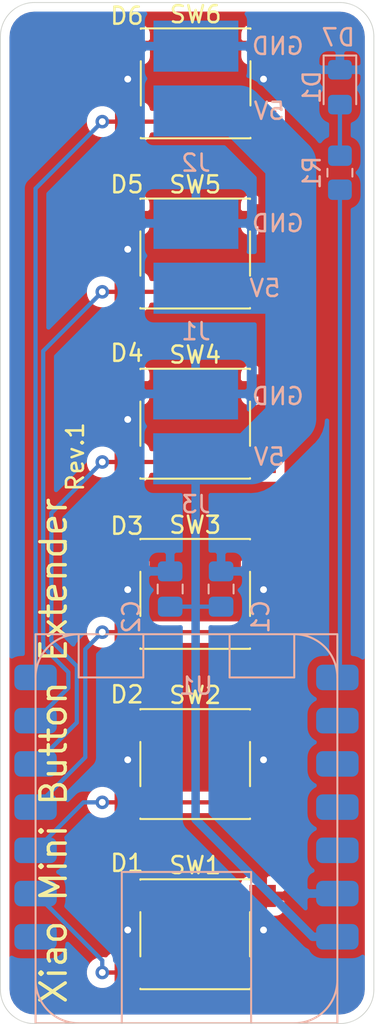
<source format=kicad_pcb>
(kicad_pcb (version 20171130) (host pcbnew 5.1.9+dfsg1-1)

  (general
    (thickness 1.6)
    (drawings 23)
    (tracks 65)
    (zones 0)
    (modules 14)
    (nets 16)
  )

  (page A4)
  (layers
    (0 F.Cu signal)
    (31 B.Cu signal)
    (32 B.Adhes user)
    (33 F.Adhes user)
    (34 B.Paste user)
    (35 F.Paste user)
    (36 B.SilkS user)
    (37 F.SilkS user)
    (38 B.Mask user)
    (39 F.Mask user)
    (40 Dwgs.User user)
    (41 Cmts.User user)
    (42 Eco1.User user)
    (43 Eco2.User user)
    (44 Edge.Cuts user)
    (45 Margin user)
    (46 B.CrtYd user)
    (47 F.CrtYd user)
    (48 B.Fab user)
    (49 F.Fab user)
  )

  (setup
    (last_trace_width 3)
    (user_trace_width 0.5)
    (user_trace_width 1)
    (user_trace_width 3)
    (trace_clearance 0.2)
    (zone_clearance 0.508)
    (zone_45_only no)
    (trace_min 0.2)
    (via_size 0.8)
    (via_drill 0.4)
    (via_min_size 0.4)
    (via_min_drill 0.3)
    (uvia_size 0.3)
    (uvia_drill 0.1)
    (uvias_allowed no)
    (uvia_min_size 0.2)
    (uvia_min_drill 0.1)
    (edge_width 0.05)
    (segment_width 0.2)
    (pcb_text_width 0.3)
    (pcb_text_size 1.5 1.5)
    (mod_edge_width 0.12)
    (mod_text_size 1 1)
    (mod_text_width 0.15)
    (pad_size 1.524 1.524)
    (pad_drill 0.762)
    (pad_to_mask_clearance 0)
    (aux_axis_origin 0 0)
    (visible_elements FFFFFF7F)
    (pcbplotparams
      (layerselection 0x010fc_ffffffff)
      (usegerberextensions false)
      (usegerberattributes true)
      (usegerberadvancedattributes true)
      (creategerberjobfile true)
      (excludeedgelayer true)
      (linewidth 0.100000)
      (plotframeref false)
      (viasonmask false)
      (mode 1)
      (useauxorigin false)
      (hpglpennumber 1)
      (hpglpenspeed 20)
      (hpglpendiameter 15.000000)
      (psnegative false)
      (psa4output false)
      (plotreference true)
      (plotvalue true)
      (plotinvisibletext false)
      (padsonsilk false)
      (subtractmaskfromsilk false)
      (outputformat 1)
      (mirror false)
      (drillshape 1)
      (scaleselection 1)
      (outputdirectory ""))
  )

  (net 0 "")
  (net 1 GND)
  (net 2 5V)
  (net 3 "Net-(D1-Pad2)")
  (net 4 "Net-(U1-Pad1)")
  (net 5 "Net-(U1-Pad9)")
  (net 6 "Net-(U1-Pad10)")
  (net 7 "Net-(SW1-Pad2)")
  (net 8 "Net-(SW2-Pad2)")
  (net 9 "Net-(SW3-Pad2)")
  (net 10 "Net-(SW4-Pad2)")
  (net 11 "Net-(SW5-Pad2)")
  (net 12 "Net-(SW6-Pad2)")
  (net 13 "Net-(U1-Pad12)")
  (net 14 "Net-(R1-Pad2)")
  (net 15 "Net-(U1-Pad11)")

  (net_class Default "This is the default net class."
    (clearance 0.2)
    (trace_width 0.25)
    (via_dia 0.8)
    (via_drill 0.4)
    (uvia_dia 0.3)
    (uvia_drill 0.1)
    (add_net 5V)
    (add_net GND)
    (add_net "Net-(D1-Pad2)")
    (add_net "Net-(R1-Pad2)")
    (add_net "Net-(SW1-Pad2)")
    (add_net "Net-(SW2-Pad2)")
    (add_net "Net-(SW3-Pad2)")
    (add_net "Net-(SW4-Pad2)")
    (add_net "Net-(SW5-Pad2)")
    (add_net "Net-(SW6-Pad2)")
    (add_net "Net-(U1-Pad1)")
    (add_net "Net-(U1-Pad10)")
    (add_net "Net-(U1-Pad11)")
    (add_net "Net-(U1-Pad12)")
    (add_net "Net-(U1-Pad9)")
  )

  (module Capacitor_SMD:C_0805_2012Metric_Pad1.18x1.45mm_HandSolder (layer B.Cu) (tedit 5F68FEEF) (tstamp 6365ADA4)
    (at 145.5 99.4625 90)
    (descr "Capacitor SMD 0805 (2012 Metric), square (rectangular) end terminal, IPC_7351 nominal with elongated pad for handsoldering. (Body size source: IPC-SM-782 page 76, https://www.pcb-3d.com/wordpress/wp-content/uploads/ipc-sm-782a_amendment_1_and_2.pdf, https://docs.google.com/spreadsheets/d/1BsfQQcO9C6DZCsRaXUlFlo91Tg2WpOkGARC1WS5S8t0/edit?usp=sharing), generated with kicad-footprint-generator")
    (tags "capacitor handsolder")
    (path /6364E16C)
    (attr smd)
    (fp_text reference C1 (at -1.6295 2.328 270) (layer B.SilkS)
      (effects (font (size 1 1) (thickness 0.15)) (justify mirror))
    )
    (fp_text value 1u (at 0 -1.68 270) (layer B.Fab)
      (effects (font (size 1 1) (thickness 0.15)) (justify mirror))
    )
    (fp_line (start 1.88 -0.98) (end -1.88 -0.98) (layer B.CrtYd) (width 0.05))
    (fp_line (start 1.88 0.98) (end 1.88 -0.98) (layer B.CrtYd) (width 0.05))
    (fp_line (start -1.88 0.98) (end 1.88 0.98) (layer B.CrtYd) (width 0.05))
    (fp_line (start -1.88 -0.98) (end -1.88 0.98) (layer B.CrtYd) (width 0.05))
    (fp_line (start -0.261252 -0.735) (end 0.261252 -0.735) (layer B.SilkS) (width 0.12))
    (fp_line (start -0.261252 0.735) (end 0.261252 0.735) (layer B.SilkS) (width 0.12))
    (fp_line (start 1 -0.625) (end -1 -0.625) (layer B.Fab) (width 0.1))
    (fp_line (start 1 0.625) (end 1 -0.625) (layer B.Fab) (width 0.1))
    (fp_line (start -1 0.625) (end 1 0.625) (layer B.Fab) (width 0.1))
    (fp_line (start -1 -0.625) (end -1 0.625) (layer B.Fab) (width 0.1))
    (fp_text user %R (at 0 0 270) (layer B.Fab)
      (effects (font (size 0.5 0.5) (thickness 0.08)) (justify mirror))
    )
    (pad 1 smd roundrect (at -1.0375 0 90) (size 1.175 1.45) (layers B.Cu B.Paste B.Mask) (roundrect_rratio 0.212766)
      (net 2 5V))
    (pad 2 smd roundrect (at 1.0375 0 90) (size 1.175 1.45) (layers B.Cu B.Paste B.Mask) (roundrect_rratio 0.212766)
      (net 1 GND))
    (model ${KISYS3DMOD}/Capacitor_SMD.3dshapes/C_0805_2012Metric.wrl
      (at (xyz 0 0 0))
      (scale (xyz 1 1 1))
      (rotate (xyz 0 0 0))
    )
  )

  (module Capacitor_SMD:C_0805_2012Metric_Pad1.18x1.45mm_HandSolder (layer B.Cu) (tedit 5F68FEEF) (tstamp 6365ADB5)
    (at 142.5 99.4625 90)
    (descr "Capacitor SMD 0805 (2012 Metric), square (rectangular) end terminal, IPC_7351 nominal with elongated pad for handsoldering. (Body size source: IPC-SM-782 page 76, https://www.pcb-3d.com/wordpress/wp-content/uploads/ipc-sm-782a_amendment_1_and_2.pdf, https://docs.google.com/spreadsheets/d/1BsfQQcO9C6DZCsRaXUlFlo91Tg2WpOkGARC1WS5S8t0/edit?usp=sharing), generated with kicad-footprint-generator")
    (tags "capacitor handsolder")
    (path /6374DF10)
    (attr smd)
    (fp_text reference C2 (at -1.6295 -2.292 270) (layer B.SilkS)
      (effects (font (size 1 1) (thickness 0.15)) (justify mirror))
    )
    (fp_text value 100n (at 0 -1.68 270) (layer B.Fab)
      (effects (font (size 1 1) (thickness 0.15)) (justify mirror))
    )
    (fp_line (start -1 -0.625) (end -1 0.625) (layer B.Fab) (width 0.1))
    (fp_line (start -1 0.625) (end 1 0.625) (layer B.Fab) (width 0.1))
    (fp_line (start 1 0.625) (end 1 -0.625) (layer B.Fab) (width 0.1))
    (fp_line (start 1 -0.625) (end -1 -0.625) (layer B.Fab) (width 0.1))
    (fp_line (start -0.261252 0.735) (end 0.261252 0.735) (layer B.SilkS) (width 0.12))
    (fp_line (start -0.261252 -0.735) (end 0.261252 -0.735) (layer B.SilkS) (width 0.12))
    (fp_line (start -1.88 -0.98) (end -1.88 0.98) (layer B.CrtYd) (width 0.05))
    (fp_line (start -1.88 0.98) (end 1.88 0.98) (layer B.CrtYd) (width 0.05))
    (fp_line (start 1.88 0.98) (end 1.88 -0.98) (layer B.CrtYd) (width 0.05))
    (fp_line (start 1.88 -0.98) (end -1.88 -0.98) (layer B.CrtYd) (width 0.05))
    (fp_text user %R (at 0 0 270) (layer B.Fab)
      (effects (font (size 0.5 0.5) (thickness 0.08)) (justify mirror))
    )
    (pad 2 smd roundrect (at 1.0375 0 90) (size 1.175 1.45) (layers B.Cu B.Paste B.Mask) (roundrect_rratio 0.212766)
      (net 1 GND))
    (pad 1 smd roundrect (at -1.0375 0 90) (size 1.175 1.45) (layers B.Cu B.Paste B.Mask) (roundrect_rratio 0.212766)
      (net 2 5V))
    (model ${KISYS3DMOD}/Capacitor_SMD.3dshapes/C_0805_2012Metric.wrl
      (at (xyz 0 0 0))
      (scale (xyz 1 1 1))
      (rotate (xyz 0 0 0))
    )
  )

  (module LED_SMD:LED_0805_2012Metric_Pad1.15x1.40mm_HandSolder (layer B.Cu) (tedit 5F68FEF1) (tstamp 6365ADC8)
    (at 152.5 69.975 270)
    (descr "LED SMD 0805 (2012 Metric), square (rectangular) end terminal, IPC_7351 nominal, (Body size source: https://docs.google.com/spreadsheets/d/1BsfQQcO9C6DZCsRaXUlFlo91Tg2WpOkGARC1WS5S8t0/edit?usp=sharing), generated with kicad-footprint-generator")
    (tags "LED handsolder")
    (path /637A6767)
    (attr smd)
    (fp_text reference D1 (at 0 1.65 270) (layer B.SilkS)
      (effects (font (size 1 1) (thickness 0.15)) (justify mirror))
    )
    (fp_text value LED (at 0 -1.65 270) (layer B.Fab)
      (effects (font (size 1 1) (thickness 0.15)) (justify mirror))
    )
    (fp_line (start 1.85 -0.95) (end -1.85 -0.95) (layer B.CrtYd) (width 0.05))
    (fp_line (start 1.85 0.95) (end 1.85 -0.95) (layer B.CrtYd) (width 0.05))
    (fp_line (start -1.85 0.95) (end 1.85 0.95) (layer B.CrtYd) (width 0.05))
    (fp_line (start -1.85 -0.95) (end -1.85 0.95) (layer B.CrtYd) (width 0.05))
    (fp_line (start -1.86 -0.96) (end 1 -0.96) (layer B.SilkS) (width 0.12))
    (fp_line (start -1.86 0.96) (end -1.86 -0.96) (layer B.SilkS) (width 0.12))
    (fp_line (start 1 0.96) (end -1.86 0.96) (layer B.SilkS) (width 0.12))
    (fp_line (start 1 -0.6) (end 1 0.6) (layer B.Fab) (width 0.1))
    (fp_line (start -1 -0.6) (end 1 -0.6) (layer B.Fab) (width 0.1))
    (fp_line (start -1 0.3) (end -1 -0.6) (layer B.Fab) (width 0.1))
    (fp_line (start -0.7 0.6) (end -1 0.3) (layer B.Fab) (width 0.1))
    (fp_line (start 1 0.6) (end -0.7 0.6) (layer B.Fab) (width 0.1))
    (fp_text user %R (at 0 0 270) (layer B.Fab)
      (effects (font (size 0.5 0.5) (thickness 0.08)) (justify mirror))
    )
    (pad 1 smd roundrect (at -1.025 0 270) (size 1.15 1.4) (layers B.Cu B.Paste B.Mask) (roundrect_rratio 0.217391)
      (net 1 GND))
    (pad 2 smd roundrect (at 1.025 0 270) (size 1.15 1.4) (layers B.Cu B.Paste B.Mask) (roundrect_rratio 0.217391)
      (net 3 "Net-(D1-Pad2)"))
    (model ${KISYS3DMOD}/LED_SMD.3dshapes/LED_0805_2012Metric.wrl
      (at (xyz 0 0 0))
      (scale (xyz 1 1 1))
      (rotate (xyz 0 0 0))
    )
  )

  (module custom-footprints:solder-pad-2p (layer B.Cu) (tedit 6364C768) (tstamp 6365AE01)
    (at 144 89.27 180)
    (path /637B7D61)
    (fp_text reference J3 (at -0.018 -5.218) (layer B.SilkS)
      (effects (font (size 1 1) (thickness 0.15)) (justify mirror))
    )
    (fp_text value Conn_01x02_Female (at 0 0.5) (layer B.Fab)
      (effects (font (size 1 1) (thickness 0.15)) (justify mirror))
    )
    (pad 1 smd rect (at 0 1.27 180) (size 5 3) (layers B.Cu B.Paste B.Mask)
      (net 1 GND))
    (pad 2 smd rect (at 0 -2.54 180) (size 5 3) (layers B.Cu B.Paste B.Mask)
      (net 2 5V))
  )

  (module Resistor_SMD:R_0805_2012Metric_Pad1.20x1.40mm_HandSolder (layer B.Cu) (tedit 5F68FEEE) (tstamp 6365AEDE)
    (at 152.5 75 270)
    (descr "Resistor SMD 0805 (2012 Metric), square (rectangular) end terminal, IPC_7351 nominal with elongated pad for handsoldering. (Body size source: IPC-SM-782 page 72, https://www.pcb-3d.com/wordpress/wp-content/uploads/ipc-sm-782a_amendment_1_and_2.pdf), generated with kicad-footprint-generator")
    (tags "resistor handsolder")
    (path /637A5B15)
    (attr smd)
    (fp_text reference R1 (at 0 1.65 270) (layer B.SilkS)
      (effects (font (size 1 1) (thickness 0.15)) (justify mirror))
    )
    (fp_text value 1K (at 0 -1.65 270) (layer B.Fab)
      (effects (font (size 1 1) (thickness 0.15)) (justify mirror))
    )
    (fp_line (start -1 -0.625) (end -1 0.625) (layer B.Fab) (width 0.1))
    (fp_line (start -1 0.625) (end 1 0.625) (layer B.Fab) (width 0.1))
    (fp_line (start 1 0.625) (end 1 -0.625) (layer B.Fab) (width 0.1))
    (fp_line (start 1 -0.625) (end -1 -0.625) (layer B.Fab) (width 0.1))
    (fp_line (start -0.227064 0.735) (end 0.227064 0.735) (layer B.SilkS) (width 0.12))
    (fp_line (start -0.227064 -0.735) (end 0.227064 -0.735) (layer B.SilkS) (width 0.12))
    (fp_line (start -1.85 -0.95) (end -1.85 0.95) (layer B.CrtYd) (width 0.05))
    (fp_line (start -1.85 0.95) (end 1.85 0.95) (layer B.CrtYd) (width 0.05))
    (fp_line (start 1.85 0.95) (end 1.85 -0.95) (layer B.CrtYd) (width 0.05))
    (fp_line (start 1.85 -0.95) (end -1.85 -0.95) (layer B.CrtYd) (width 0.05))
    (fp_text user %R (at 0 0 270) (layer B.Fab)
      (effects (font (size 0.5 0.5) (thickness 0.08)) (justify mirror))
    )
    (pad 2 smd roundrect (at 1 0 270) (size 1.2 1.4) (layers B.Cu B.Paste B.Mask) (roundrect_rratio 0.208333)
      (net 14 "Net-(R1-Pad2)"))
    (pad 1 smd roundrect (at -1 0 270) (size 1.2 1.4) (layers B.Cu B.Paste B.Mask) (roundrect_rratio 0.208333)
      (net 3 "Net-(D1-Pad2)"))
    (model ${KISYS3DMOD}/Resistor_SMD.3dshapes/R_0805_2012Metric.wrl
      (at (xyz 0 0 0))
      (scale (xyz 1 1 1))
      (rotate (xyz 0 0 0))
    )
  )

  (module Button_Switch_SMD:SW_Push_1P1T_NO_6x6mm_H9.5mm (layer F.Cu) (tedit 5CA1CA7F) (tstamp 6365AEF8)
    (at 143.975 119.75)
    (descr "tactile push button, 6x6mm e.g. PTS645xx series, height=9.5mm")
    (tags "tact sw push 6mm smd")
    (path /6364E525)
    (attr smd)
    (fp_text reference SW1 (at 0 -4.05) (layer F.SilkS)
      (effects (font (size 1 1) (thickness 0.15)))
    )
    (fp_text value SW_Push (at 0 4.15) (layer F.Fab)
      (effects (font (size 1 1) (thickness 0.15)))
    )
    (fp_line (start -3 -3) (end -3 3) (layer F.Fab) (width 0.1))
    (fp_line (start -3 3) (end 3 3) (layer F.Fab) (width 0.1))
    (fp_line (start 3 3) (end 3 -3) (layer F.Fab) (width 0.1))
    (fp_line (start 3 -3) (end -3 -3) (layer F.Fab) (width 0.1))
    (fp_line (start 5 3.25) (end 5 -3.25) (layer F.CrtYd) (width 0.05))
    (fp_line (start -5 -3.25) (end -5 3.25) (layer F.CrtYd) (width 0.05))
    (fp_line (start -5 3.25) (end 5 3.25) (layer F.CrtYd) (width 0.05))
    (fp_line (start -5 -3.25) (end 5 -3.25) (layer F.CrtYd) (width 0.05))
    (fp_line (start 3.23 -3.23) (end 3.23 -3.2) (layer F.SilkS) (width 0.12))
    (fp_line (start 3.23 3.23) (end 3.23 3.2) (layer F.SilkS) (width 0.12))
    (fp_line (start -3.23 3.23) (end -3.23 3.2) (layer F.SilkS) (width 0.12))
    (fp_line (start -3.23 -3.2) (end -3.23 -3.23) (layer F.SilkS) (width 0.12))
    (fp_line (start 3.23 -1.3) (end 3.23 1.3) (layer F.SilkS) (width 0.12))
    (fp_line (start -3.23 -3.23) (end 3.23 -3.23) (layer F.SilkS) (width 0.12))
    (fp_line (start -3.23 -1.3) (end -3.23 1.3) (layer F.SilkS) (width 0.12))
    (fp_line (start -3.23 3.23) (end 3.23 3.23) (layer F.SilkS) (width 0.12))
    (fp_circle (center 0 0) (end 1.75 -0.05) (layer F.Fab) (width 0.1))
    (fp_text user %R (at 0 -4.05) (layer F.Fab)
      (effects (font (size 1 1) (thickness 0.15)))
    )
    (pad 2 smd rect (at 3.975 2.25) (size 1.55 1.3) (layers F.Cu F.Paste F.Mask)
      (net 7 "Net-(SW1-Pad2)"))
    (pad 1 smd rect (at 3.975 -2.25) (size 1.55 1.3) (layers F.Cu F.Paste F.Mask)
      (net 1 GND))
    (pad 1 smd rect (at -3.975 -2.25) (size 1.55 1.3) (layers F.Cu F.Paste F.Mask)
      (net 1 GND))
    (pad 2 smd rect (at -3.975 2.25) (size 1.55 1.3) (layers F.Cu F.Paste F.Mask)
      (net 7 "Net-(SW1-Pad2)"))
    (model ${KISYS3DMOD}/Button_Switch_SMD.3dshapes/SW_PUSH_6mm_H9.5mm.wrl
      (at (xyz 0 0 0))
      (scale (xyz 1 1 1))
      (rotate (xyz 0 0 0))
    )
  )

  (module Button_Switch_SMD:SW_Push_1P1T_NO_6x6mm_H9.5mm (layer F.Cu) (tedit 5CA1CA7F) (tstamp 6365AF12)
    (at 143.975 109.75)
    (descr "tactile push button, 6x6mm e.g. PTS645xx series, height=9.5mm")
    (tags "tact sw push 6mm smd")
    (path /63658A3A)
    (attr smd)
    (fp_text reference SW2 (at 0 -4.05) (layer F.SilkS)
      (effects (font (size 1 1) (thickness 0.15)))
    )
    (fp_text value SW_Push (at 0 4.15) (layer F.Fab)
      (effects (font (size 1 1) (thickness 0.15)))
    )
    (fp_circle (center 0 0) (end 1.75 -0.05) (layer F.Fab) (width 0.1))
    (fp_line (start -3.23 3.23) (end 3.23 3.23) (layer F.SilkS) (width 0.12))
    (fp_line (start -3.23 -1.3) (end -3.23 1.3) (layer F.SilkS) (width 0.12))
    (fp_line (start -3.23 -3.23) (end 3.23 -3.23) (layer F.SilkS) (width 0.12))
    (fp_line (start 3.23 -1.3) (end 3.23 1.3) (layer F.SilkS) (width 0.12))
    (fp_line (start -3.23 -3.2) (end -3.23 -3.23) (layer F.SilkS) (width 0.12))
    (fp_line (start -3.23 3.23) (end -3.23 3.2) (layer F.SilkS) (width 0.12))
    (fp_line (start 3.23 3.23) (end 3.23 3.2) (layer F.SilkS) (width 0.12))
    (fp_line (start 3.23 -3.23) (end 3.23 -3.2) (layer F.SilkS) (width 0.12))
    (fp_line (start -5 -3.25) (end 5 -3.25) (layer F.CrtYd) (width 0.05))
    (fp_line (start -5 3.25) (end 5 3.25) (layer F.CrtYd) (width 0.05))
    (fp_line (start -5 -3.25) (end -5 3.25) (layer F.CrtYd) (width 0.05))
    (fp_line (start 5 3.25) (end 5 -3.25) (layer F.CrtYd) (width 0.05))
    (fp_line (start 3 -3) (end -3 -3) (layer F.Fab) (width 0.1))
    (fp_line (start 3 3) (end 3 -3) (layer F.Fab) (width 0.1))
    (fp_line (start -3 3) (end 3 3) (layer F.Fab) (width 0.1))
    (fp_line (start -3 -3) (end -3 3) (layer F.Fab) (width 0.1))
    (fp_text user %R (at 0 -4.05) (layer F.Fab)
      (effects (font (size 1 1) (thickness 0.15)))
    )
    (pad 2 smd rect (at -3.975 2.25) (size 1.55 1.3) (layers F.Cu F.Paste F.Mask)
      (net 8 "Net-(SW2-Pad2)"))
    (pad 1 smd rect (at -3.975 -2.25) (size 1.55 1.3) (layers F.Cu F.Paste F.Mask)
      (net 1 GND))
    (pad 1 smd rect (at 3.975 -2.25) (size 1.55 1.3) (layers F.Cu F.Paste F.Mask)
      (net 1 GND))
    (pad 2 smd rect (at 3.975 2.25) (size 1.55 1.3) (layers F.Cu F.Paste F.Mask)
      (net 8 "Net-(SW2-Pad2)"))
    (model ${KISYS3DMOD}/Button_Switch_SMD.3dshapes/SW_PUSH_6mm_H9.5mm.wrl
      (at (xyz 0 0 0))
      (scale (xyz 1 1 1))
      (rotate (xyz 0 0 0))
    )
  )

  (module Button_Switch_SMD:SW_Push_1P1T_NO_6x6mm_H9.5mm (layer F.Cu) (tedit 5CA1CA7F) (tstamp 6365AF2C)
    (at 143.975 99.75)
    (descr "tactile push button, 6x6mm e.g. PTS645xx series, height=9.5mm")
    (tags "tact sw push 6mm smd")
    (path /63659CA4)
    (attr smd)
    (fp_text reference SW3 (at 0 -4.05) (layer F.SilkS)
      (effects (font (size 1 1) (thickness 0.15)))
    )
    (fp_text value SW_Push (at 0 4.15) (layer F.Fab)
      (effects (font (size 1 1) (thickness 0.15)))
    )
    (fp_circle (center 0 0) (end 1.75 -0.05) (layer F.Fab) (width 0.1))
    (fp_line (start -3.23 3.23) (end 3.23 3.23) (layer F.SilkS) (width 0.12))
    (fp_line (start -3.23 -1.3) (end -3.23 1.3) (layer F.SilkS) (width 0.12))
    (fp_line (start -3.23 -3.23) (end 3.23 -3.23) (layer F.SilkS) (width 0.12))
    (fp_line (start 3.23 -1.3) (end 3.23 1.3) (layer F.SilkS) (width 0.12))
    (fp_line (start -3.23 -3.2) (end -3.23 -3.23) (layer F.SilkS) (width 0.12))
    (fp_line (start -3.23 3.23) (end -3.23 3.2) (layer F.SilkS) (width 0.12))
    (fp_line (start 3.23 3.23) (end 3.23 3.2) (layer F.SilkS) (width 0.12))
    (fp_line (start 3.23 -3.23) (end 3.23 -3.2) (layer F.SilkS) (width 0.12))
    (fp_line (start -5 -3.25) (end 5 -3.25) (layer F.CrtYd) (width 0.05))
    (fp_line (start -5 3.25) (end 5 3.25) (layer F.CrtYd) (width 0.05))
    (fp_line (start -5 -3.25) (end -5 3.25) (layer F.CrtYd) (width 0.05))
    (fp_line (start 5 3.25) (end 5 -3.25) (layer F.CrtYd) (width 0.05))
    (fp_line (start 3 -3) (end -3 -3) (layer F.Fab) (width 0.1))
    (fp_line (start 3 3) (end 3 -3) (layer F.Fab) (width 0.1))
    (fp_line (start -3 3) (end 3 3) (layer F.Fab) (width 0.1))
    (fp_line (start -3 -3) (end -3 3) (layer F.Fab) (width 0.1))
    (fp_text user %R (at 0 -4.05) (layer F.Fab)
      (effects (font (size 1 1) (thickness 0.15)))
    )
    (pad 2 smd rect (at -3.975 2.25) (size 1.55 1.3) (layers F.Cu F.Paste F.Mask)
      (net 9 "Net-(SW3-Pad2)"))
    (pad 1 smd rect (at -3.975 -2.25) (size 1.55 1.3) (layers F.Cu F.Paste F.Mask)
      (net 1 GND))
    (pad 1 smd rect (at 3.975 -2.25) (size 1.55 1.3) (layers F.Cu F.Paste F.Mask)
      (net 1 GND))
    (pad 2 smd rect (at 3.975 2.25) (size 1.55 1.3) (layers F.Cu F.Paste F.Mask)
      (net 9 "Net-(SW3-Pad2)"))
    (model ${KISYS3DMOD}/Button_Switch_SMD.3dshapes/SW_PUSH_6mm_H9.5mm.wrl
      (at (xyz 0 0 0))
      (scale (xyz 1 1 1))
      (rotate (xyz 0 0 0))
    )
  )

  (module Button_Switch_SMD:SW_Push_1P1T_NO_6x6mm_H9.5mm (layer F.Cu) (tedit 5CA1CA7F) (tstamp 6365AF46)
    (at 143.975 89.75)
    (descr "tactile push button, 6x6mm e.g. PTS645xx series, height=9.5mm")
    (tags "tact sw push 6mm smd")
    (path /6365A72F)
    (attr smd)
    (fp_text reference SW4 (at 0 -4.05) (layer F.SilkS)
      (effects (font (size 1 1) (thickness 0.15)))
    )
    (fp_text value SW_Push (at 0 4.15) (layer F.Fab)
      (effects (font (size 1 1) (thickness 0.15)))
    )
    (fp_line (start -3 -3) (end -3 3) (layer F.Fab) (width 0.1))
    (fp_line (start -3 3) (end 3 3) (layer F.Fab) (width 0.1))
    (fp_line (start 3 3) (end 3 -3) (layer F.Fab) (width 0.1))
    (fp_line (start 3 -3) (end -3 -3) (layer F.Fab) (width 0.1))
    (fp_line (start 5 3.25) (end 5 -3.25) (layer F.CrtYd) (width 0.05))
    (fp_line (start -5 -3.25) (end -5 3.25) (layer F.CrtYd) (width 0.05))
    (fp_line (start -5 3.25) (end 5 3.25) (layer F.CrtYd) (width 0.05))
    (fp_line (start -5 -3.25) (end 5 -3.25) (layer F.CrtYd) (width 0.05))
    (fp_line (start 3.23 -3.23) (end 3.23 -3.2) (layer F.SilkS) (width 0.12))
    (fp_line (start 3.23 3.23) (end 3.23 3.2) (layer F.SilkS) (width 0.12))
    (fp_line (start -3.23 3.23) (end -3.23 3.2) (layer F.SilkS) (width 0.12))
    (fp_line (start -3.23 -3.2) (end -3.23 -3.23) (layer F.SilkS) (width 0.12))
    (fp_line (start 3.23 -1.3) (end 3.23 1.3) (layer F.SilkS) (width 0.12))
    (fp_line (start -3.23 -3.23) (end 3.23 -3.23) (layer F.SilkS) (width 0.12))
    (fp_line (start -3.23 -1.3) (end -3.23 1.3) (layer F.SilkS) (width 0.12))
    (fp_line (start -3.23 3.23) (end 3.23 3.23) (layer F.SilkS) (width 0.12))
    (fp_circle (center 0 0) (end 1.75 -0.05) (layer F.Fab) (width 0.1))
    (fp_text user %R (at 0 -4.05) (layer F.Fab)
      (effects (font (size 1 1) (thickness 0.15)))
    )
    (pad 2 smd rect (at 3.975 2.25) (size 1.55 1.3) (layers F.Cu F.Paste F.Mask)
      (net 10 "Net-(SW4-Pad2)"))
    (pad 1 smd rect (at 3.975 -2.25) (size 1.55 1.3) (layers F.Cu F.Paste F.Mask)
      (net 1 GND))
    (pad 1 smd rect (at -3.975 -2.25) (size 1.55 1.3) (layers F.Cu F.Paste F.Mask)
      (net 1 GND))
    (pad 2 smd rect (at -3.975 2.25) (size 1.55 1.3) (layers F.Cu F.Paste F.Mask)
      (net 10 "Net-(SW4-Pad2)"))
    (model ${KISYS3DMOD}/Button_Switch_SMD.3dshapes/SW_PUSH_6mm_H9.5mm.wrl
      (at (xyz 0 0 0))
      (scale (xyz 1 1 1))
      (rotate (xyz 0 0 0))
    )
  )

  (module Button_Switch_SMD:SW_Push_1P1T_NO_6x6mm_H9.5mm (layer F.Cu) (tedit 5CA1CA7F) (tstamp 6365AF60)
    (at 143.975 79.75)
    (descr "tactile push button, 6x6mm e.g. PTS645xx series, height=9.5mm")
    (tags "tact sw push 6mm smd")
    (path /6365AEEF)
    (attr smd)
    (fp_text reference SW5 (at 0 -4.05) (layer F.SilkS)
      (effects (font (size 1 1) (thickness 0.15)))
    )
    (fp_text value SW_Push (at 0 4.15) (layer F.Fab)
      (effects (font (size 1 1) (thickness 0.15)))
    )
    (fp_circle (center 0 0) (end 1.75 -0.05) (layer F.Fab) (width 0.1))
    (fp_line (start -3.23 3.23) (end 3.23 3.23) (layer F.SilkS) (width 0.12))
    (fp_line (start -3.23 -1.3) (end -3.23 1.3) (layer F.SilkS) (width 0.12))
    (fp_line (start -3.23 -3.23) (end 3.23 -3.23) (layer F.SilkS) (width 0.12))
    (fp_line (start 3.23 -1.3) (end 3.23 1.3) (layer F.SilkS) (width 0.12))
    (fp_line (start -3.23 -3.2) (end -3.23 -3.23) (layer F.SilkS) (width 0.12))
    (fp_line (start -3.23 3.23) (end -3.23 3.2) (layer F.SilkS) (width 0.12))
    (fp_line (start 3.23 3.23) (end 3.23 3.2) (layer F.SilkS) (width 0.12))
    (fp_line (start 3.23 -3.23) (end 3.23 -3.2) (layer F.SilkS) (width 0.12))
    (fp_line (start -5 -3.25) (end 5 -3.25) (layer F.CrtYd) (width 0.05))
    (fp_line (start -5 3.25) (end 5 3.25) (layer F.CrtYd) (width 0.05))
    (fp_line (start -5 -3.25) (end -5 3.25) (layer F.CrtYd) (width 0.05))
    (fp_line (start 5 3.25) (end 5 -3.25) (layer F.CrtYd) (width 0.05))
    (fp_line (start 3 -3) (end -3 -3) (layer F.Fab) (width 0.1))
    (fp_line (start 3 3) (end 3 -3) (layer F.Fab) (width 0.1))
    (fp_line (start -3 3) (end 3 3) (layer F.Fab) (width 0.1))
    (fp_line (start -3 -3) (end -3 3) (layer F.Fab) (width 0.1))
    (fp_text user %R (at 0 -4.05) (layer F.Fab)
      (effects (font (size 1 1) (thickness 0.15)))
    )
    (pad 2 smd rect (at -3.975 2.25) (size 1.55 1.3) (layers F.Cu F.Paste F.Mask)
      (net 11 "Net-(SW5-Pad2)"))
    (pad 1 smd rect (at -3.975 -2.25) (size 1.55 1.3) (layers F.Cu F.Paste F.Mask)
      (net 1 GND))
    (pad 1 smd rect (at 3.975 -2.25) (size 1.55 1.3) (layers F.Cu F.Paste F.Mask)
      (net 1 GND))
    (pad 2 smd rect (at 3.975 2.25) (size 1.55 1.3) (layers F.Cu F.Paste F.Mask)
      (net 11 "Net-(SW5-Pad2)"))
    (model ${KISYS3DMOD}/Button_Switch_SMD.3dshapes/SW_PUSH_6mm_H9.5mm.wrl
      (at (xyz 0 0 0))
      (scale (xyz 1 1 1))
      (rotate (xyz 0 0 0))
    )
  )

  (module Button_Switch_SMD:SW_Push_1P1T_NO_6x6mm_H9.5mm (layer F.Cu) (tedit 5CA1CA7F) (tstamp 6365AF7A)
    (at 144 69.75)
    (descr "tactile push button, 6x6mm e.g. PTS645xx series, height=9.5mm")
    (tags "tact sw push 6mm smd")
    (path /6365B4B1)
    (attr smd)
    (fp_text reference SW6 (at 0 -4.05) (layer F.SilkS)
      (effects (font (size 1 1) (thickness 0.15)))
    )
    (fp_text value SW_Push (at 0 4.15) (layer F.Fab)
      (effects (font (size 1 1) (thickness 0.15)))
    )
    (fp_line (start -3 -3) (end -3 3) (layer F.Fab) (width 0.1))
    (fp_line (start -3 3) (end 3 3) (layer F.Fab) (width 0.1))
    (fp_line (start 3 3) (end 3 -3) (layer F.Fab) (width 0.1))
    (fp_line (start 3 -3) (end -3 -3) (layer F.Fab) (width 0.1))
    (fp_line (start 5 3.25) (end 5 -3.25) (layer F.CrtYd) (width 0.05))
    (fp_line (start -5 -3.25) (end -5 3.25) (layer F.CrtYd) (width 0.05))
    (fp_line (start -5 3.25) (end 5 3.25) (layer F.CrtYd) (width 0.05))
    (fp_line (start -5 -3.25) (end 5 -3.25) (layer F.CrtYd) (width 0.05))
    (fp_line (start 3.23 -3.23) (end 3.23 -3.2) (layer F.SilkS) (width 0.12))
    (fp_line (start 3.23 3.23) (end 3.23 3.2) (layer F.SilkS) (width 0.12))
    (fp_line (start -3.23 3.23) (end -3.23 3.2) (layer F.SilkS) (width 0.12))
    (fp_line (start -3.23 -3.2) (end -3.23 -3.23) (layer F.SilkS) (width 0.12))
    (fp_line (start 3.23 -1.3) (end 3.23 1.3) (layer F.SilkS) (width 0.12))
    (fp_line (start -3.23 -3.23) (end 3.23 -3.23) (layer F.SilkS) (width 0.12))
    (fp_line (start -3.23 -1.3) (end -3.23 1.3) (layer F.SilkS) (width 0.12))
    (fp_line (start -3.23 3.23) (end 3.23 3.23) (layer F.SilkS) (width 0.12))
    (fp_circle (center 0 0) (end 1.75 -0.05) (layer F.Fab) (width 0.1))
    (fp_text user %R (at 0 -4.05) (layer F.Fab)
      (effects (font (size 1 1) (thickness 0.15)))
    )
    (pad 2 smd rect (at 3.975 2.25) (size 1.55 1.3) (layers F.Cu F.Paste F.Mask)
      (net 12 "Net-(SW6-Pad2)"))
    (pad 1 smd rect (at 3.975 -2.25) (size 1.55 1.3) (layers F.Cu F.Paste F.Mask)
      (net 1 GND))
    (pad 1 smd rect (at -3.975 -2.25) (size 1.55 1.3) (layers F.Cu F.Paste F.Mask)
      (net 1 GND))
    (pad 2 smd rect (at -3.975 2.25) (size 1.55 1.3) (layers F.Cu F.Paste F.Mask)
      (net 12 "Net-(SW6-Pad2)"))
    (model ${KISYS3DMOD}/Button_Switch_SMD.3dshapes/SW_PUSH_6mm_H9.5mm.wrl
      (at (xyz 0 0 0))
      (scale (xyz 1 1 1))
      (rotate (xyz 0 0 0))
    )
  )

  (module custom-footprints:XIAO_ESP32C_SMD (layer B.Cu) (tedit 6364973A) (tstamp 6365AF9D)
    (at 146 94.5)
    (path /636499FF)
    (fp_text reference U1 (at -1.982 10.656) (layer B.SilkS)
      (effects (font (size 1 1) (thickness 0.15)) (justify mirror))
    )
    (fp_text value XIAO-ESP32C (at -2.54 15.24) (layer B.Fab)
      (effects (font (size 1 1) (thickness 0.15)) (justify mirror))
    )
    (fp_line (start 0 10.16) (end 0 7.62) (layer B.SilkS) (width 0.12))
    (fp_line (start 3.81 10.16) (end 0 10.16) (layer B.SilkS) (width 0.12))
    (fp_line (start 3.81 7.62) (end 3.81 10.16) (layer B.SilkS) (width 0.12))
    (fp_line (start -5.08 10.16) (end -5.08 7.62) (layer B.SilkS) (width 0.12))
    (fp_line (start -8.89 10.16) (end -5.08 10.16) (layer B.SilkS) (width 0.12))
    (fp_line (start -8.89 7.62) (end -8.89 10.16) (layer B.SilkS) (width 0.12))
    (fp_line (start 1.27 21.59) (end 1.27 30.48) (layer B.SilkS) (width 0.12))
    (fp_line (start -6.35 21.59) (end 1.27 21.59) (layer B.SilkS) (width 0.12))
    (fp_line (start -6.35 30.48) (end -6.35 21.59) (layer B.SilkS) (width 0.12))
    (fp_line (start -11.43 7.62) (end -11.43 30.48) (layer B.SilkS) (width 0.12))
    (fp_line (start 6.35 7.62) (end -11.43 7.62) (layer B.SilkS) (width 0.12))
    (fp_line (start 6.35 30.48) (end 6.35 7.62) (layer B.SilkS) (width 0.12))
    (fp_line (start -11.43 30.48) (end 6.35 30.48) (layer B.SilkS) (width 0.12))
    (fp_arc (start -8.89 27.94) (end -8.89 30.48) (angle 90) (layer B.SilkS) (width 0.12))
    (fp_arc (start 3.81 27.94) (end 6.35 27.94) (angle 90) (layer B.SilkS) (width 0.12))
    (fp_arc (start 3.81 10.16) (end 3.81 7.62) (angle 90) (layer B.SilkS) (width 0.12))
    (fp_arc (start -8.89 10.16) (end -11.43 10.16) (angle 90) (layer B.SilkS) (width 0.12))
    (pad 1 smd roundrect (at -11.43 25.4) (size 2.5 1.5) (layers B.Cu B.Paste B.Mask) (roundrect_rratio 0.25)
      (net 4 "Net-(U1-Pad1)"))
    (pad 2 smd roundrect (at -11.43 22.86) (size 2.5 1.5) (layers B.Cu B.Paste B.Mask) (roundrect_rratio 0.25)
      (net 7 "Net-(SW1-Pad2)"))
    (pad 3 smd roundrect (at -11.43 20.32) (size 2.5 1.5) (layers B.Cu B.Paste B.Mask) (roundrect_rratio 0.25)
      (net 8 "Net-(SW2-Pad2)"))
    (pad 4 smd roundrect (at -11.43 17.78) (size 2.5 1.5) (layers B.Cu B.Paste B.Mask) (roundrect_rratio 0.25)
      (net 9 "Net-(SW3-Pad2)"))
    (pad 5 smd roundrect (at -11.43 15.24) (size 2.5 1.5) (layers B.Cu B.Paste B.Mask) (roundrect_rratio 0.25)
      (net 10 "Net-(SW4-Pad2)"))
    (pad 6 smd roundrect (at -11.43 12.7) (size 2.5 1.5) (layers B.Cu B.Paste B.Mask) (roundrect_rratio 0.25)
      (net 11 "Net-(SW5-Pad2)"))
    (pad 7 smd roundrect (at -11.43 10.16) (size 2.5 1.5) (layers B.Cu B.Paste B.Mask) (roundrect_rratio 0.25)
      (net 12 "Net-(SW6-Pad2)"))
    (pad 8 smd roundrect (at 6.35 10.16) (size 2.5 1.5) (layers B.Cu B.Paste B.Mask) (roundrect_rratio 0.25)
      (net 14 "Net-(R1-Pad2)"))
    (pad 9 smd roundrect (at 6.35 12.7) (size 2.5 1.5) (layers B.Cu B.Paste B.Mask) (roundrect_rratio 0.25)
      (net 5 "Net-(U1-Pad9)"))
    (pad 10 smd roundrect (at 6.35 15.24) (size 2.5 1.5) (layers B.Cu B.Paste B.Mask) (roundrect_rratio 0.25)
      (net 6 "Net-(U1-Pad10)"))
    (pad 11 smd roundrect (at 6.35 17.78) (size 2.5 1.5) (layers B.Cu B.Paste B.Mask) (roundrect_rratio 0.25)
      (net 15 "Net-(U1-Pad11)"))
    (pad 12 smd roundrect (at 6.35 20.32) (size 2.5 1.5) (layers B.Cu B.Paste B.Mask) (roundrect_rratio 0.25)
      (net 13 "Net-(U1-Pad12)"))
    (pad 13 smd roundrect (at 6.35 22.86) (size 2.5 1.5) (layers B.Cu B.Paste B.Mask) (roundrect_rratio 0.25)
      (net 1 GND))
    (pad 14 smd roundrect (at 6.35 25.4) (size 2.5 1.5) (layers B.Cu B.Paste B.Mask) (roundrect_rratio 0.25)
      (net 2 5V))
  )

  (module custom-footprints:solder-pad-2p (layer B.Cu) (tedit 6364C768) (tstamp 6369EEF6)
    (at 144.018 79.248 180)
    (path /6369FDD5)
    (fp_text reference J1 (at 0 -5.08) (layer B.SilkS)
      (effects (font (size 1 1) (thickness 0.15)) (justify mirror))
    )
    (fp_text value Conn_01x02_Female (at 0 0.5) (layer B.Fab)
      (effects (font (size 1 1) (thickness 0.15)) (justify mirror))
    )
    (pad 1 smd rect (at 0 1.27 180) (size 5 3) (layers B.Cu B.Paste B.Mask)
      (net 1 GND))
    (pad 2 smd rect (at 0 -2.54 180) (size 5 3) (layers B.Cu B.Paste B.Mask)
      (net 2 5V))
  )

  (module custom-footprints:solder-pad-2p (layer B.Cu) (tedit 6364C768) (tstamp 6369EEFC)
    (at 144.018 68.834 180)
    (path /636A0A9C)
    (fp_text reference J2 (at 0 -5.588) (layer B.SilkS)
      (effects (font (size 1 1) (thickness 0.15)) (justify mirror))
    )
    (fp_text value Conn_01x02_Female (at 0 0.5) (layer B.Fab)
      (effects (font (size 1 1) (thickness 0.15)) (justify mirror))
    )
    (pad 2 smd rect (at 0 -2.54 180) (size 5 3) (layers B.Cu B.Paste B.Mask)
      (net 2 5V))
    (pad 1 smd rect (at 0 1.27 180) (size 5 3) (layers B.Cu B.Paste B.Mask)
      (net 1 GND))
  )

  (gr_text Rev.1 (at 136.906 91.694 90) (layer F.SilkS)
    (effects (font (size 1 1) (thickness 0.15)))
  )
  (gr_text "Xiao Mini Button Extender" (at 135.636 108.966 90) (layer F.SilkS)
    (effects (font (size 1.5 1.5) (thickness 0.2)))
  )
  (gr_text D7 (at 152.4 67.056) (layer B.SilkS)
    (effects (font (size 1 1) (thickness 0.15)) (justify mirror))
  )
  (gr_text D6 (at 139.954 65.786) (layer F.SilkS)
    (effects (font (size 1 1) (thickness 0.15)))
  )
  (gr_text D5 (at 139.954 75.692) (layer F.SilkS)
    (effects (font (size 1 1) (thickness 0.15)))
  )
  (gr_text D4 (at 139.954 85.598) (layer F.SilkS)
    (effects (font (size 1 1) (thickness 0.15)))
  )
  (gr_text D3 (at 139.954 95.758) (layer F.SilkS)
    (effects (font (size 1 1) (thickness 0.15)))
  )
  (gr_text D2 (at 139.954 105.664) (layer F.SilkS)
    (effects (font (size 1 1) (thickness 0.15)))
  )
  (gr_text D1 (at 139.954 115.57) (layer F.SilkS)
    (effects (font (size 1 1) (thickness 0.15)))
  )
  (gr_text 5V (at 148.336 71.374) (layer B.SilkS)
    (effects (font (size 1 1) (thickness 0.15)) (justify mirror))
  )
  (gr_text GND (at 148.844 67.564) (layer B.SilkS)
    (effects (font (size 1 1) (thickness 0.15)) (justify mirror))
  )
  (gr_text 5V (at 148.082 81.788) (layer B.SilkS)
    (effects (font (size 1 1) (thickness 0.15)) (justify mirror))
  )
  (gr_text GND (at 148.844 77.978) (layer B.SilkS)
    (effects (font (size 1 1) (thickness 0.15)) (justify mirror))
  )
  (gr_text 5V (at 148.336 91.694) (layer B.SilkS)
    (effects (font (size 1 1) (thickness 0.15)) (justify mirror))
  )
  (gr_text GND (at 148.844 88.138) (layer B.SilkS)
    (effects (font (size 1 1) (thickness 0.15)) (justify mirror))
  )
  (gr_arc (start 152.5 123) (end 152.5 125) (angle -90) (layer Edge.Cuts) (width 0.05))
  (gr_arc (start 152.5 67) (end 154.5 67) (angle -90) (layer Edge.Cuts) (width 0.05))
  (gr_arc (start 134.5 67) (end 134.5 65) (angle -90) (layer Edge.Cuts) (width 0.05))
  (gr_arc (start 134.5 123) (end 132.5 123) (angle -90) (layer Edge.Cuts) (width 0.05))
  (gr_line (start 152.5 65) (end 134.5 65) (layer Edge.Cuts) (width 0.05) (tstamp 6365B4F1))
  (gr_line (start 154.5 123) (end 154.5 67) (layer Edge.Cuts) (width 0.05))
  (gr_line (start 132.5 123) (end 132.5 67) (layer Edge.Cuts) (width 0.05))
  (gr_line (start 134.5 125) (end 152.5 125) (layer Edge.Cuts) (width 0.05))

  (via (at 140 99.5) (size 0.8) (drill 0.4) (layers F.Cu B.Cu) (net 1))
  (via (at 140 119.5) (size 0.8) (drill 0.4) (layers F.Cu B.Cu) (net 1))
  (via (at 140 109.5) (size 0.8) (drill 0.4) (layers F.Cu B.Cu) (net 1))
  (via (at 148 109.5) (size 0.8) (drill 0.4) (layers F.Cu B.Cu) (net 1))
  (via (at 140 89.5) (size 0.8) (drill 0.4) (layers F.Cu B.Cu) (net 1))
  (via (at 140 79.5) (size 0.8) (drill 0.4) (layers F.Cu B.Cu) (net 1))
  (via (at 140 69.5) (size 0.8) (drill 0.4) (layers F.Cu B.Cu) (net 1))
  (via (at 148 69.5) (size 0.8) (drill 0.4) (layers F.Cu B.Cu) (net 1))
  (via (at 148 99.5) (size 0.8) (drill 0.4) (layers F.Cu B.Cu) (net 1))
  (via (at 148 119.5) (size 0.8) (drill 0.4) (layers F.Cu B.Cu) (net 1))
  (segment (start 142.5 100.5) (end 144 100.5) (width 0.25) (layer B.Cu) (net 2))
  (segment (start 144 100.5) (end 144 91.81) (width 0.5) (layer B.Cu) (net 2))
  (segment (start 144 100.5) (end 145.5 100.5) (width 0.25) (layer B.Cu) (net 2))
  (segment (start 150.9 119.9) (end 144 113) (width 0.5) (layer B.Cu) (net 2))
  (segment (start 152.35 119.9) (end 150.9 119.9) (width 0.5) (layer B.Cu) (net 2))
  (segment (start 144 113) (end 144 100.5) (width 0.5) (layer B.Cu) (net 2))
  (segment (start 144.018 71.374) (end 146.558 71.374) (width 3) (layer B.Cu) (net 2))
  (segment (start 146.558 71.374) (end 149.606 74.422) (width 3) (layer B.Cu) (net 2))
  (segment (start 147.250002 91.81) (end 144 91.81) (width 3) (layer B.Cu) (net 2))
  (segment (start 149.606 89.454002) (end 147.250002 91.81) (width 3) (layer B.Cu) (net 2))
  (segment (start 149.098 81.788) (end 149.606 81.28) (width 3) (layer B.Cu) (net 2))
  (segment (start 144.018 81.788) (end 149.098 81.788) (width 3) (layer B.Cu) (net 2))
  (segment (start 149.606 81.28) (end 149.606 89.454002) (width 3) (layer B.Cu) (net 2))
  (segment (start 149.606 74.422) (end 149.606 81.28) (width 3) (layer B.Cu) (net 2))
  (segment (start 152.5 71) (end 152.5 74) (width 0.25) (layer B.Cu) (net 3))
  (via (at 138.5 122) (size 0.8) (drill 0.4) (layers F.Cu B.Cu) (net 7))
  (segment (start 140 122) (end 138.5 122) (width 0.25) (layer F.Cu) (net 7))
  (segment (start 147.95 122) (end 140 122) (width 0.25) (layer F.Cu) (net 7))
  (segment (start 138.5 121.29) (end 138.5 122) (width 0.25) (layer B.Cu) (net 7))
  (segment (start 134.57 117.36) (end 138.5 121.29) (width 0.25) (layer B.Cu) (net 7))
  (segment (start 147.95 112) (end 140 112) (width 0.25) (layer F.Cu) (net 8))
  (via (at 138.5 112) (size 0.8) (drill 0.4) (layers F.Cu B.Cu) (net 8))
  (segment (start 140 112) (end 138.5 112) (width 0.25) (layer F.Cu) (net 8))
  (segment (start 137.39 112) (end 134.57 114.82) (width 0.25) (layer B.Cu) (net 8))
  (segment (start 138.5 112) (end 137.39 112) (width 0.25) (layer B.Cu) (net 8))
  (segment (start 147.95 102) (end 140 102) (width 0.25) (layer F.Cu) (net 9))
  (segment (start 140 102) (end 138.5 102) (width 0.25) (layer F.Cu) (net 9))
  (segment (start 138.5 102) (end 138.5 102) (width 0.25) (layer F.Cu) (net 9) (tstamp 636591CF))
  (via (at 138.5 102) (size 0.8) (drill 0.4) (layers F.Cu B.Cu) (net 9))
  (segment (start 134.57 112.28) (end 137.5 109.35) (width 0.25) (layer B.Cu) (net 9))
  (segment (start 137.5 103) (end 138.5 102) (width 0.25) (layer B.Cu) (net 9))
  (segment (start 137.5 109.35) (end 137.5 103) (width 0.25) (layer B.Cu) (net 9))
  (segment (start 147.95 92) (end 140 92) (width 0.25) (layer F.Cu) (net 10))
  (via (at 138.5 92) (size 0.8) (drill 0.4) (layers F.Cu B.Cu) (net 10))
  (segment (start 140 92) (end 138.5 92) (width 0.25) (layer F.Cu) (net 10))
  (segment (start 135.5 95) (end 138.5 92) (width 0.25) (layer B.Cu) (net 10))
  (segment (start 135.5 102.5) (end 135.5 95) (width 0.25) (layer B.Cu) (net 10))
  (segment (start 137 107.31) (end 137 104) (width 0.25) (layer B.Cu) (net 10))
  (segment (start 137 104) (end 135.5 102.5) (width 0.25) (layer B.Cu) (net 10))
  (segment (start 134.57 109.74) (end 137 107.31) (width 0.25) (layer B.Cu) (net 10))
  (segment (start 147.95 82) (end 140 82) (width 0.25) (layer F.Cu) (net 11))
  (via (at 138.5 82) (size 0.8) (drill 0.4) (layers F.Cu B.Cu) (net 11))
  (segment (start 140 82) (end 138.5 82) (width 0.25) (layer F.Cu) (net 11))
  (segment (start 134.57 107.2) (end 136.5 105.27) (width 0.25) (layer B.Cu) (net 11))
  (segment (start 136.5 104.350034) (end 135.02001 102.870044) (width 0.25) (layer B.Cu) (net 11))
  (segment (start 136.5 105.27) (end 136.5 104.350034) (width 0.25) (layer B.Cu) (net 11))
  (segment (start 135.02001 85.47999) (end 138.5 82) (width 0.25) (layer B.Cu) (net 11))
  (segment (start 135.02001 102.870044) (end 135.02001 85.47999) (width 0.25) (layer B.Cu) (net 11))
  (segment (start 147.975 72) (end 140.025 72) (width 0.25) (layer F.Cu) (net 12))
  (via (at 138.5 72) (size 0.8) (drill 0.4) (layers F.Cu B.Cu) (net 12))
  (segment (start 140.025 72) (end 138.5 72) (width 0.25) (layer F.Cu) (net 12))
  (segment (start 134.57 75.93) (end 138.5 72) (width 0.25) (layer B.Cu) (net 12))
  (segment (start 134.57 104.66) (end 134.57 75.93) (width 0.25) (layer B.Cu) (net 12))
  (segment (start 152.5 104.51) (end 152.35 104.66) (width 0.25) (layer B.Cu) (net 14))
  (segment (start 152.5 76) (end 152.5 104.51) (width 0.25) (layer B.Cu) (net 14))

  (zone (net 1) (net_name GND) (layer B.Cu) (tstamp 636593B3) (hatch edge 0.508)
    (connect_pads (clearance 0.508))
    (min_thickness 0.254)
    (fill yes (arc_segments 32) (thermal_gap 0.508) (thermal_bridge_width 0.508))
    (polygon
      (pts
        (xy 154.5 125) (xy 132.5 125) (xy 132.5 65) (xy 154.5 65)
      )
    )
    (filled_polygon
      (pts
        (xy 140.987463 65.709506) (xy 140.928498 65.81982) (xy 140.892188 65.939518) (xy 140.879928 66.064) (xy 140.883 67.27825)
        (xy 141.04175 67.437) (xy 143.891 67.437) (xy 143.891 67.417) (xy 144.145 67.417) (xy 144.145 67.437)
        (xy 146.99425 67.437) (xy 147.153 67.27825) (xy 147.156072 66.064) (xy 147.143812 65.939518) (xy 147.107502 65.81982)
        (xy 147.048537 65.709506) (xy 147.007909 65.66) (xy 152.467721 65.66) (xy 152.759659 65.688625) (xy 153.009429 65.764035)
        (xy 153.239792 65.886522) (xy 153.44198 66.051422) (xy 153.608286 66.25245) (xy 153.732378 66.481954) (xy 153.809531 66.731195)
        (xy 153.840001 67.021098) (xy 153.84 103.485474) (xy 153.787833 103.442661) (xy 153.612686 103.349044) (xy 153.422641 103.291394)
        (xy 153.26 103.275375) (xy 153.26 77.179527) (xy 153.289851 77.170472) (xy 153.443387 77.088405) (xy 153.577962 76.977962)
        (xy 153.688405 76.843387) (xy 153.770472 76.689851) (xy 153.821008 76.523255) (xy 153.838072 76.350001) (xy 153.838072 75.649999)
        (xy 153.821008 75.476745) (xy 153.770472 75.310149) (xy 153.688405 75.156613) (xy 153.577962 75.022038) (xy 153.551109 75)
        (xy 153.577962 74.977962) (xy 153.688405 74.843387) (xy 153.770472 74.689851) (xy 153.821008 74.523255) (xy 153.838072 74.350001)
        (xy 153.838072 73.649999) (xy 153.821008 73.476745) (xy 153.770472 73.310149) (xy 153.688405 73.156613) (xy 153.577962 73.022038)
        (xy 153.443387 72.911595) (xy 153.289851 72.829528) (xy 153.26 72.820473) (xy 153.26 72.154527) (xy 153.289851 72.145472)
        (xy 153.443387 72.063405) (xy 153.577962 71.952962) (xy 153.688405 71.818387) (xy 153.770472 71.664851) (xy 153.821008 71.498255)
        (xy 153.838072 71.325001) (xy 153.838072 70.674999) (xy 153.821008 70.501745) (xy 153.770472 70.335149) (xy 153.688405 70.181613)
        (xy 153.577962 70.047038) (xy 153.571406 70.041658) (xy 153.651185 69.976185) (xy 153.730537 69.879494) (xy 153.789502 69.76918)
        (xy 153.825812 69.649482) (xy 153.838072 69.525) (xy 153.835 69.23575) (xy 153.67625 69.077) (xy 152.627 69.077)
        (xy 152.627 69.097) (xy 152.373 69.097) (xy 152.373 69.077) (xy 151.32375 69.077) (xy 151.165 69.23575)
        (xy 151.161928 69.525) (xy 151.174188 69.649482) (xy 151.210498 69.76918) (xy 151.269463 69.879494) (xy 151.348815 69.976185)
        (xy 151.428594 70.041658) (xy 151.422038 70.047038) (xy 151.311595 70.181613) (xy 151.229528 70.335149) (xy 151.178992 70.501745)
        (xy 151.161928 70.674999) (xy 151.161928 71.325001) (xy 151.178992 71.498255) (xy 151.229528 71.664851) (xy 151.311595 71.818387)
        (xy 151.422038 71.952962) (xy 151.556613 72.063405) (xy 151.710149 72.145472) (xy 151.74 72.154527) (xy 151.740001 72.820473)
        (xy 151.710149 72.829528) (xy 151.556613 72.911595) (xy 151.422038 73.022038) (xy 151.320524 73.145734) (xy 151.122977 72.905023)
        (xy 151.041513 72.838167) (xy 148.141837 69.938492) (xy 148.074977 69.857023) (xy 147.749881 69.590223) (xy 147.378982 69.391974)
        (xy 147.106839 69.30942) (xy 147.107502 69.30818) (xy 147.143812 69.188482) (xy 147.156072 69.064) (xy 147.154329 68.375)
        (xy 151.161928 68.375) (xy 151.165 68.66425) (xy 151.32375 68.823) (xy 152.373 68.823) (xy 152.373 67.89875)
        (xy 152.627 67.89875) (xy 152.627 68.823) (xy 153.67625 68.823) (xy 153.835 68.66425) (xy 153.838072 68.375)
        (xy 153.825812 68.250518) (xy 153.789502 68.13082) (xy 153.730537 68.020506) (xy 153.651185 67.923815) (xy 153.554494 67.844463)
        (xy 153.44418 67.785498) (xy 153.324482 67.749188) (xy 153.2 67.736928) (xy 152.78575 67.74) (xy 152.627 67.89875)
        (xy 152.373 67.89875) (xy 152.21425 67.74) (xy 151.8 67.736928) (xy 151.675518 67.749188) (xy 151.55582 67.785498)
        (xy 151.445506 67.844463) (xy 151.348815 67.923815) (xy 151.269463 68.020506) (xy 151.210498 68.13082) (xy 151.174188 68.250518)
        (xy 151.161928 68.375) (xy 147.154329 68.375) (xy 147.153 67.84975) (xy 146.99425 67.691) (xy 144.145 67.691)
        (xy 144.145 67.711) (xy 143.891 67.711) (xy 143.891 67.691) (xy 141.04175 67.691) (xy 140.883 67.84975)
        (xy 140.879928 69.064) (xy 140.892188 69.188482) (xy 140.928498 69.30818) (xy 140.987463 69.418494) (xy 141.028912 69.469)
        (xy 140.987463 69.519506) (xy 140.928498 69.62982) (xy 140.892188 69.749518) (xy 140.879928 69.874) (xy 140.879928 72.874)
        (xy 140.892188 72.998482) (xy 140.928498 73.11818) (xy 140.987463 73.228494) (xy 141.066815 73.325185) (xy 141.163506 73.404537)
        (xy 141.27382 73.463502) (xy 141.393518 73.499812) (xy 141.518 73.512072) (xy 145.676727 73.512072) (xy 147.471 75.306346)
        (xy 147.471001 79.653) (xy 147.128488 79.653) (xy 147.143812 79.602482) (xy 147.156072 79.478) (xy 147.153 78.26375)
        (xy 146.99425 78.105) (xy 144.145 78.105) (xy 144.145 78.125) (xy 143.891 78.125) (xy 143.891 78.105)
        (xy 141.04175 78.105) (xy 140.883 78.26375) (xy 140.879928 79.478) (xy 140.892188 79.602482) (xy 140.928498 79.72218)
        (xy 140.987463 79.832494) (xy 141.028912 79.883) (xy 140.987463 79.933506) (xy 140.928498 80.04382) (xy 140.892188 80.163518)
        (xy 140.879928 80.288) (xy 140.879928 83.288) (xy 140.892188 83.412482) (xy 140.928498 83.53218) (xy 140.987463 83.642494)
        (xy 141.066815 83.739185) (xy 141.163506 83.818537) (xy 141.27382 83.877502) (xy 141.393518 83.913812) (xy 141.518 83.926072)
        (xy 146.518 83.926072) (xy 146.549192 83.923) (xy 147.471 83.923) (xy 147.471001 88.569655) (xy 147.136564 88.904092)
        (xy 147.135 88.28575) (xy 146.97625 88.127) (xy 144.127 88.127) (xy 144.127 88.147) (xy 143.873 88.147)
        (xy 143.873 88.127) (xy 141.02375 88.127) (xy 140.865 88.28575) (xy 140.861928 89.5) (xy 140.874188 89.624482)
        (xy 140.910498 89.74418) (xy 140.969463 89.854494) (xy 141.010912 89.905) (xy 140.969463 89.955506) (xy 140.910498 90.06582)
        (xy 140.874188 90.185518) (xy 140.861928 90.31) (xy 140.861928 93.31) (xy 140.874188 93.434482) (xy 140.910498 93.55418)
        (xy 140.969463 93.664494) (xy 141.048815 93.761185) (xy 141.145506 93.840537) (xy 141.25582 93.899502) (xy 141.375518 93.935812)
        (xy 141.5 93.948072) (xy 143.115001 93.948072) (xy 143.115 97.200197) (xy 142.78575 97.2025) (xy 142.627 97.36125)
        (xy 142.627 98.298) (xy 142.647 98.298) (xy 142.647 98.552) (xy 142.627 98.552) (xy 142.627 98.572)
        (xy 142.373 98.572) (xy 142.373 98.552) (xy 141.29875 98.552) (xy 141.14 98.71075) (xy 141.136928 99.0125)
        (xy 141.149188 99.136982) (xy 141.185498 99.25668) (xy 141.244463 99.366994) (xy 141.323815 99.463685) (xy 141.403594 99.529158)
        (xy 141.397038 99.534538) (xy 141.286595 99.669114) (xy 141.204528 99.82265) (xy 141.153992 99.989246) (xy 141.136928 100.1625)
        (xy 141.136928 100.8375) (xy 141.153992 101.010754) (xy 141.204528 101.17735) (xy 141.286595 101.330886) (xy 141.397038 101.465462)
        (xy 141.531614 101.575905) (xy 141.68515 101.657972) (xy 141.851746 101.708508) (xy 142.025 101.725572) (xy 142.975 101.725572)
        (xy 143.115001 101.711783) (xy 143.115 112.956531) (xy 143.110719 113) (xy 143.115 113.043469) (xy 143.115 113.043476)
        (xy 143.127805 113.173489) (xy 143.178411 113.340312) (xy 143.260589 113.494058) (xy 143.371183 113.628817) (xy 143.404956 113.656534)
        (xy 150.24347 120.495049) (xy 150.271183 120.528817) (xy 150.304951 120.55653) (xy 150.304953 120.556532) (xy 150.405941 120.639411)
        (xy 150.559686 120.721589) (xy 150.572626 120.725514) (xy 150.632661 120.837833) (xy 150.75865 120.99135) (xy 150.912167 121.117339)
        (xy 151.087314 121.210956) (xy 151.277359 121.268606) (xy 151.475 121.288072) (xy 153.225 121.288072) (xy 153.422641 121.268606)
        (xy 153.612686 121.210956) (xy 153.787833 121.117339) (xy 153.84 121.074526) (xy 153.84 122.967721) (xy 153.811375 123.25966)
        (xy 153.735965 123.509429) (xy 153.613477 123.739794) (xy 153.448579 123.941979) (xy 153.247546 124.108288) (xy 153.018046 124.232378)
        (xy 152.768805 124.309531) (xy 152.478911 124.34) (xy 134.532279 124.34) (xy 134.24034 124.311375) (xy 133.990571 124.235965)
        (xy 133.760206 124.113477) (xy 133.558021 123.948579) (xy 133.391712 123.747546) (xy 133.267622 123.518046) (xy 133.190469 123.268805)
        (xy 133.16 122.978911) (xy 133.16 121.132216) (xy 133.307314 121.210956) (xy 133.497359 121.268606) (xy 133.695 121.288072)
        (xy 135.445 121.288072) (xy 135.642641 121.268606) (xy 135.832686 121.210956) (xy 136.007833 121.117339) (xy 136.16135 120.99135)
        (xy 136.287339 120.837833) (xy 136.380956 120.662686) (xy 136.438606 120.472641) (xy 136.45378 120.318581) (xy 137.607688 121.472489)
        (xy 137.582795 121.509744) (xy 137.504774 121.698102) (xy 137.465 121.898061) (xy 137.465 122.101939) (xy 137.504774 122.301898)
        (xy 137.582795 122.490256) (xy 137.696063 122.659774) (xy 137.840226 122.803937) (xy 138.009744 122.917205) (xy 138.198102 122.995226)
        (xy 138.398061 123.035) (xy 138.601939 123.035) (xy 138.801898 122.995226) (xy 138.990256 122.917205) (xy 139.159774 122.803937)
        (xy 139.303937 122.659774) (xy 139.417205 122.490256) (xy 139.495226 122.301898) (xy 139.535 122.101939) (xy 139.535 121.898061)
        (xy 139.495226 121.698102) (xy 139.417205 121.509744) (xy 139.303937 121.340226) (xy 139.262782 121.299071) (xy 139.263676 121.289999)
        (xy 139.26 121.252676) (xy 139.26 121.252667) (xy 139.249003 121.141014) (xy 139.205546 120.997753) (xy 139.134974 120.865724)
        (xy 139.040001 120.749999) (xy 139.011004 120.726202) (xy 136.387131 118.10233) (xy 136.438606 117.932641) (xy 136.458072 117.735)
        (xy 136.458072 116.985) (xy 136.438606 116.787359) (xy 136.380956 116.597314) (xy 136.287339 116.422167) (xy 136.16135 116.26865)
        (xy 136.007833 116.142661) (xy 135.90931 116.09) (xy 136.007833 116.037339) (xy 136.16135 115.91135) (xy 136.287339 115.757833)
        (xy 136.380956 115.582686) (xy 136.438606 115.392641) (xy 136.458072 115.195) (xy 136.458072 114.445) (xy 136.438606 114.247359)
        (xy 136.387131 114.07767) (xy 137.704802 112.76) (xy 137.796289 112.76) (xy 137.840226 112.803937) (xy 138.009744 112.917205)
        (xy 138.198102 112.995226) (xy 138.398061 113.035) (xy 138.601939 113.035) (xy 138.801898 112.995226) (xy 138.990256 112.917205)
        (xy 139.159774 112.803937) (xy 139.303937 112.659774) (xy 139.417205 112.490256) (xy 139.495226 112.301898) (xy 139.535 112.101939)
        (xy 139.535 111.898061) (xy 139.495226 111.698102) (xy 139.417205 111.509744) (xy 139.303937 111.340226) (xy 139.159774 111.196063)
        (xy 138.990256 111.082795) (xy 138.801898 111.004774) (xy 138.601939 110.965) (xy 138.398061 110.965) (xy 138.198102 111.004774)
        (xy 138.009744 111.082795) (xy 137.840226 111.196063) (xy 137.796289 111.24) (xy 137.427322 111.24) (xy 137.389999 111.236324)
        (xy 137.352676 111.24) (xy 137.352667 111.24) (xy 137.241014 111.250997) (xy 137.097753 111.294454) (xy 136.965724 111.365026)
        (xy 136.849999 111.459999) (xy 136.826201 111.488997) (xy 136.45378 111.861419) (xy 136.438606 111.707359) (xy 136.387131 111.53767)
        (xy 138.011004 109.913798) (xy 138.040001 109.890001) (xy 138.134974 109.774276) (xy 138.205546 109.642247) (xy 138.249003 109.498986)
        (xy 138.26 109.387333) (xy 138.26 109.387325) (xy 138.263676 109.35) (xy 138.26 109.312675) (xy 138.26 103.314801)
        (xy 138.539802 103.035) (xy 138.601939 103.035) (xy 138.801898 102.995226) (xy 138.990256 102.917205) (xy 139.159774 102.803937)
        (xy 139.303937 102.659774) (xy 139.417205 102.490256) (xy 139.495226 102.301898) (xy 139.535 102.101939) (xy 139.535 101.898061)
        (xy 139.495226 101.698102) (xy 139.417205 101.509744) (xy 139.303937 101.340226) (xy 139.159774 101.196063) (xy 138.990256 101.082795)
        (xy 138.801898 101.004774) (xy 138.601939 100.965) (xy 138.398061 100.965) (xy 138.198102 101.004774) (xy 138.009744 101.082795)
        (xy 137.840226 101.196063) (xy 137.696063 101.340226) (xy 137.582795 101.509744) (xy 137.504774 101.698102) (xy 137.465 101.898061)
        (xy 137.465 101.960198) (xy 136.988998 102.436201) (xy 136.96 102.459999) (xy 136.936202 102.488997) (xy 136.936201 102.488998)
        (xy 136.865026 102.575724) (xy 136.794454 102.707754) (xy 136.791685 102.716883) (xy 136.26 102.185199) (xy 136.26 97.8375)
        (xy 141.136928 97.8375) (xy 141.14 98.13925) (xy 141.29875 98.298) (xy 142.373 98.298) (xy 142.373 97.36125)
        (xy 142.21425 97.2025) (xy 141.775 97.199428) (xy 141.650518 97.211688) (xy 141.53082 97.247998) (xy 141.420506 97.306963)
        (xy 141.323815 97.386315) (xy 141.244463 97.483006) (xy 141.185498 97.59332) (xy 141.149188 97.713018) (xy 141.136928 97.8375)
        (xy 136.26 97.8375) (xy 136.26 95.314801) (xy 138.539802 93.035) (xy 138.601939 93.035) (xy 138.801898 92.995226)
        (xy 138.990256 92.917205) (xy 139.159774 92.803937) (xy 139.303937 92.659774) (xy 139.417205 92.490256) (xy 139.495226 92.301898)
        (xy 139.535 92.101939) (xy 139.535 91.898061) (xy 139.495226 91.698102) (xy 139.417205 91.509744) (xy 139.303937 91.340226)
        (xy 139.159774 91.196063) (xy 138.990256 91.082795) (xy 138.801898 91.004774) (xy 138.601939 90.965) (xy 138.398061 90.965)
        (xy 138.198102 91.004774) (xy 138.009744 91.082795) (xy 137.840226 91.196063) (xy 137.696063 91.340226) (xy 137.582795 91.509744)
        (xy 137.504774 91.698102) (xy 137.465 91.898061) (xy 137.465 91.960198) (xy 135.78001 93.645189) (xy 135.78001 86.5)
        (xy 140.861928 86.5) (xy 140.865 87.71425) (xy 141.02375 87.873) (xy 143.873 87.873) (xy 143.873 86.02375)
        (xy 144.127 86.02375) (xy 144.127 87.873) (xy 146.97625 87.873) (xy 147.135 87.71425) (xy 147.138072 86.5)
        (xy 147.125812 86.375518) (xy 147.089502 86.25582) (xy 147.030537 86.145506) (xy 146.951185 86.048815) (xy 146.854494 85.969463)
        (xy 146.74418 85.910498) (xy 146.624482 85.874188) (xy 146.5 85.861928) (xy 144.28575 85.865) (xy 144.127 86.02375)
        (xy 143.873 86.02375) (xy 143.71425 85.865) (xy 141.5 85.861928) (xy 141.375518 85.874188) (xy 141.25582 85.910498)
        (xy 141.145506 85.969463) (xy 141.048815 86.048815) (xy 140.969463 86.145506) (xy 140.910498 86.25582) (xy 140.874188 86.375518)
        (xy 140.861928 86.5) (xy 135.78001 86.5) (xy 135.78001 85.794791) (xy 138.539802 83.035) (xy 138.601939 83.035)
        (xy 138.801898 82.995226) (xy 138.990256 82.917205) (xy 139.159774 82.803937) (xy 139.303937 82.659774) (xy 139.417205 82.490256)
        (xy 139.495226 82.301898) (xy 139.535 82.101939) (xy 139.535 81.898061) (xy 139.495226 81.698102) (xy 139.417205 81.509744)
        (xy 139.303937 81.340226) (xy 139.159774 81.196063) (xy 138.990256 81.082795) (xy 138.801898 81.004774) (xy 138.601939 80.965)
        (xy 138.398061 80.965) (xy 138.198102 81.004774) (xy 138.009744 81.082795) (xy 137.840226 81.196063) (xy 137.696063 81.340226)
        (xy 137.582795 81.509744) (xy 137.504774 81.698102) (xy 137.465 81.898061) (xy 137.465 81.960198) (xy 135.33 84.095199)
        (xy 135.33 76.478) (xy 140.879928 76.478) (xy 140.883 77.69225) (xy 141.04175 77.851) (xy 143.891 77.851)
        (xy 143.891 76.00175) (xy 144.145 76.00175) (xy 144.145 77.851) (xy 146.99425 77.851) (xy 147.153 77.69225)
        (xy 147.156072 76.478) (xy 147.143812 76.353518) (xy 147.107502 76.23382) (xy 147.048537 76.123506) (xy 146.969185 76.026815)
        (xy 146.872494 75.947463) (xy 146.76218 75.888498) (xy 146.642482 75.852188) (xy 146.518 75.839928) (xy 144.30375 75.843)
        (xy 144.145 76.00175) (xy 143.891 76.00175) (xy 143.73225 75.843) (xy 141.518 75.839928) (xy 141.393518 75.852188)
        (xy 141.27382 75.888498) (xy 141.163506 75.947463) (xy 141.066815 76.026815) (xy 140.987463 76.123506) (xy 140.928498 76.23382)
        (xy 140.892188 76.353518) (xy 140.879928 76.478) (xy 135.33 76.478) (xy 135.33 76.244801) (xy 138.539802 73.035)
        (xy 138.601939 73.035) (xy 138.801898 72.995226) (xy 138.990256 72.917205) (xy 139.159774 72.803937) (xy 139.303937 72.659774)
        (xy 139.417205 72.490256) (xy 139.495226 72.301898) (xy 139.535 72.101939) (xy 139.535 71.898061) (xy 139.495226 71.698102)
        (xy 139.417205 71.509744) (xy 139.303937 71.340226) (xy 139.159774 71.196063) (xy 138.990256 71.082795) (xy 138.801898 71.004774)
        (xy 138.601939 70.965) (xy 138.398061 70.965) (xy 138.198102 71.004774) (xy 138.009744 71.082795) (xy 137.840226 71.196063)
        (xy 137.696063 71.340226) (xy 137.582795 71.509744) (xy 137.504774 71.698102) (xy 137.465 71.898061) (xy 137.465 71.960198)
        (xy 134.058998 75.366201) (xy 134.03 75.389999) (xy 134.006202 75.418997) (xy 134.006201 75.418998) (xy 133.935026 75.505724)
        (xy 133.864454 75.637754) (xy 133.820998 75.781015) (xy 133.806324 75.93) (xy 133.810001 75.967333) (xy 133.81 103.271928)
        (xy 133.695 103.271928) (xy 133.497359 103.291394) (xy 133.307314 103.349044) (xy 133.16 103.427784) (xy 133.16 67.032279)
        (xy 133.188625 66.740341) (xy 133.264035 66.490571) (xy 133.386522 66.260208) (xy 133.551422 66.05802) (xy 133.75245 65.891714)
        (xy 133.981954 65.767622) (xy 134.231195 65.690469) (xy 134.521088 65.66) (xy 141.028091 65.66)
      )
    )
    (filled_polygon
      (pts
        (xy 151.740001 103.271928) (xy 151.475 103.271928) (xy 151.277359 103.291394) (xy 151.087314 103.349044) (xy 150.912167 103.442661)
        (xy 150.75865 103.56865) (xy 150.632661 103.722167) (xy 150.539044 103.897314) (xy 150.481394 104.087359) (xy 150.461928 104.285)
        (xy 150.461928 105.035) (xy 150.481394 105.232641) (xy 150.539044 105.422686) (xy 150.632661 105.597833) (xy 150.75865 105.75135)
        (xy 150.912167 105.877339) (xy 151.01069 105.93) (xy 150.912167 105.982661) (xy 150.75865 106.10865) (xy 150.632661 106.262167)
        (xy 150.539044 106.437314) (xy 150.481394 106.627359) (xy 150.461928 106.825) (xy 150.461928 107.575) (xy 150.481394 107.772641)
        (xy 150.539044 107.962686) (xy 150.632661 108.137833) (xy 150.75865 108.29135) (xy 150.912167 108.417339) (xy 151.01069 108.47)
        (xy 150.912167 108.522661) (xy 150.75865 108.64865) (xy 150.632661 108.802167) (xy 150.539044 108.977314) (xy 150.481394 109.167359)
        (xy 150.461928 109.365) (xy 150.461928 110.115) (xy 150.481394 110.312641) (xy 150.539044 110.502686) (xy 150.632661 110.677833)
        (xy 150.75865 110.83135) (xy 150.912167 110.957339) (xy 151.01069 111.01) (xy 150.912167 111.062661) (xy 150.75865 111.18865)
        (xy 150.632661 111.342167) (xy 150.539044 111.517314) (xy 150.481394 111.707359) (xy 150.461928 111.905) (xy 150.461928 112.655)
        (xy 150.481394 112.852641) (xy 150.539044 113.042686) (xy 150.632661 113.217833) (xy 150.75865 113.37135) (xy 150.912167 113.497339)
        (xy 151.01069 113.55) (xy 150.912167 113.602661) (xy 150.75865 113.72865) (xy 150.632661 113.882167) (xy 150.539044 114.057314)
        (xy 150.481394 114.247359) (xy 150.461928 114.445) (xy 150.461928 115.195) (xy 150.481394 115.392641) (xy 150.539044 115.582686)
        (xy 150.632661 115.757833) (xy 150.75865 115.91135) (xy 150.881978 116.012563) (xy 150.85582 116.020498) (xy 150.745506 116.079463)
        (xy 150.648815 116.158815) (xy 150.569463 116.255506) (xy 150.510498 116.36582) (xy 150.474188 116.485518) (xy 150.461928 116.61)
        (xy 150.465 117.07425) (xy 150.62375 117.233) (xy 152.223 117.233) (xy 152.223 117.213) (xy 152.477 117.213)
        (xy 152.477 117.233) (xy 152.497 117.233) (xy 152.497 117.487) (xy 152.477 117.487) (xy 152.477 117.507)
        (xy 152.223 117.507) (xy 152.223 117.487) (xy 150.62375 117.487) (xy 150.465 117.64575) (xy 150.461928 118.11)
        (xy 150.472891 118.221312) (xy 144.885 112.633422) (xy 144.885 101.711783) (xy 145.025 101.725572) (xy 145.975 101.725572)
        (xy 146.148254 101.708508) (xy 146.31485 101.657972) (xy 146.468386 101.575905) (xy 146.602962 101.465462) (xy 146.713405 101.330886)
        (xy 146.795472 101.17735) (xy 146.846008 101.010754) (xy 146.863072 100.8375) (xy 146.863072 100.1625) (xy 146.846008 99.989246)
        (xy 146.795472 99.82265) (xy 146.713405 99.669114) (xy 146.602962 99.534538) (xy 146.596406 99.529158) (xy 146.676185 99.463685)
        (xy 146.755537 99.366994) (xy 146.814502 99.25668) (xy 146.850812 99.136982) (xy 146.863072 99.0125) (xy 146.86 98.71075)
        (xy 146.70125 98.552) (xy 145.627 98.552) (xy 145.627 98.572) (xy 145.373 98.572) (xy 145.373 98.552)
        (xy 145.353 98.552) (xy 145.353 98.298) (xy 145.373 98.298) (xy 145.373 97.36125) (xy 145.627 97.36125)
        (xy 145.627 98.298) (xy 146.70125 98.298) (xy 146.86 98.13925) (xy 146.863072 97.8375) (xy 146.850812 97.713018)
        (xy 146.814502 97.59332) (xy 146.755537 97.483006) (xy 146.676185 97.386315) (xy 146.579494 97.306963) (xy 146.46918 97.247998)
        (xy 146.349482 97.211688) (xy 146.225 97.199428) (xy 145.78575 97.2025) (xy 145.627 97.36125) (xy 145.373 97.36125)
        (xy 145.21425 97.2025) (xy 144.885 97.200197) (xy 144.885 93.948072) (xy 146.5 93.948072) (xy 146.531192 93.945)
        (xy 147.14513 93.945) (xy 147.250002 93.955329) (xy 147.354874 93.945) (xy 147.354884 93.945) (xy 147.668535 93.914108)
        (xy 148.070984 93.792026) (xy 148.441883 93.593777) (xy 148.766979 93.326977) (xy 148.833839 93.245508) (xy 151.041513 91.037835)
        (xy 151.122977 90.970979) (xy 151.389777 90.645883) (xy 151.588026 90.274984) (xy 151.710108 89.872535) (xy 151.74 89.569032)
      )
    )
  )
  (zone (net 1) (net_name GND) (layer F.Cu) (tstamp 636593B0) (hatch edge 0.508)
    (connect_pads (clearance 0.508))
    (min_thickness 0.254)
    (fill yes (arc_segments 32) (thermal_gap 0.508) (thermal_bridge_width 0.508))
    (polygon
      (pts
        (xy 154.5 125) (xy 132.5 125) (xy 132.5 65) (xy 154.5 65)
      )
    )
    (filled_polygon
      (pts
        (xy 152.759659 65.688625) (xy 153.009429 65.764035) (xy 153.239792 65.886522) (xy 153.44198 66.051422) (xy 153.608286 66.25245)
        (xy 153.732378 66.481954) (xy 153.809531 66.731195) (xy 153.840001 67.021098) (xy 153.84 122.967721) (xy 153.811375 123.25966)
        (xy 153.735965 123.509429) (xy 153.613477 123.739794) (xy 153.448579 123.941979) (xy 153.247546 124.108288) (xy 153.018046 124.232378)
        (xy 152.768805 124.309531) (xy 152.478911 124.34) (xy 134.532279 124.34) (xy 134.24034 124.311375) (xy 133.990571 124.235965)
        (xy 133.760206 124.113477) (xy 133.558021 123.948579) (xy 133.391712 123.747546) (xy 133.267622 123.518046) (xy 133.190469 123.268805)
        (xy 133.16 122.978911) (xy 133.16 121.898061) (xy 137.465 121.898061) (xy 137.465 122.101939) (xy 137.504774 122.301898)
        (xy 137.582795 122.490256) (xy 137.696063 122.659774) (xy 137.840226 122.803937) (xy 138.009744 122.917205) (xy 138.198102 122.995226)
        (xy 138.398061 123.035) (xy 138.601939 123.035) (xy 138.703001 123.014898) (xy 138.773815 123.101185) (xy 138.870506 123.180537)
        (xy 138.98082 123.239502) (xy 139.100518 123.275812) (xy 139.225 123.288072) (xy 140.775 123.288072) (xy 140.899482 123.275812)
        (xy 141.01918 123.239502) (xy 141.129494 123.180537) (xy 141.226185 123.101185) (xy 141.305537 123.004494) (xy 141.364502 122.89418)
        (xy 141.400812 122.774482) (xy 141.402238 122.76) (xy 146.547762 122.76) (xy 146.549188 122.774482) (xy 146.585498 122.89418)
        (xy 146.644463 123.004494) (xy 146.723815 123.101185) (xy 146.820506 123.180537) (xy 146.93082 123.239502) (xy 147.050518 123.275812)
        (xy 147.175 123.288072) (xy 148.725 123.288072) (xy 148.849482 123.275812) (xy 148.96918 123.239502) (xy 149.079494 123.180537)
        (xy 149.176185 123.101185) (xy 149.255537 123.004494) (xy 149.314502 122.89418) (xy 149.350812 122.774482) (xy 149.363072 122.65)
        (xy 149.363072 121.35) (xy 149.350812 121.225518) (xy 149.314502 121.10582) (xy 149.255537 120.995506) (xy 149.176185 120.898815)
        (xy 149.079494 120.819463) (xy 148.96918 120.760498) (xy 148.849482 120.724188) (xy 148.725 120.711928) (xy 147.175 120.711928)
        (xy 147.050518 120.724188) (xy 146.93082 120.760498) (xy 146.820506 120.819463) (xy 146.723815 120.898815) (xy 146.644463 120.995506)
        (xy 146.585498 121.10582) (xy 146.549188 121.225518) (xy 146.547762 121.24) (xy 141.402238 121.24) (xy 141.400812 121.225518)
        (xy 141.364502 121.10582) (xy 141.305537 120.995506) (xy 141.226185 120.898815) (xy 141.129494 120.819463) (xy 141.01918 120.760498)
        (xy 140.899482 120.724188) (xy 140.775 120.711928) (xy 139.225 120.711928) (xy 139.100518 120.724188) (xy 138.98082 120.760498)
        (xy 138.870506 120.819463) (xy 138.773815 120.898815) (xy 138.703001 120.985102) (xy 138.601939 120.965) (xy 138.398061 120.965)
        (xy 138.198102 121.004774) (xy 138.009744 121.082795) (xy 137.840226 121.196063) (xy 137.696063 121.340226) (xy 137.582795 121.509744)
        (xy 137.504774 121.698102) (xy 137.465 121.898061) (xy 133.16 121.898061) (xy 133.16 118.15) (xy 138.586928 118.15)
        (xy 138.599188 118.274482) (xy 138.635498 118.39418) (xy 138.694463 118.504494) (xy 138.773815 118.601185) (xy 138.870506 118.680537)
        (xy 138.98082 118.739502) (xy 139.100518 118.775812) (xy 139.225 118.788072) (xy 139.71425 118.785) (xy 139.873 118.62625)
        (xy 139.873 117.627) (xy 140.127 117.627) (xy 140.127 118.62625) (xy 140.28575 118.785) (xy 140.775 118.788072)
        (xy 140.899482 118.775812) (xy 141.01918 118.739502) (xy 141.129494 118.680537) (xy 141.226185 118.601185) (xy 141.305537 118.504494)
        (xy 141.364502 118.39418) (xy 141.400812 118.274482) (xy 141.413072 118.15) (xy 146.536928 118.15) (xy 146.549188 118.274482)
        (xy 146.585498 118.39418) (xy 146.644463 118.504494) (xy 146.723815 118.601185) (xy 146.820506 118.680537) (xy 146.93082 118.739502)
        (xy 147.050518 118.775812) (xy 147.175 118.788072) (xy 147.66425 118.785) (xy 147.823 118.62625) (xy 147.823 117.627)
        (xy 148.077 117.627) (xy 148.077 118.62625) (xy 148.23575 118.785) (xy 148.725 118.788072) (xy 148.849482 118.775812)
        (xy 148.96918 118.739502) (xy 149.079494 118.680537) (xy 149.176185 118.601185) (xy 149.255537 118.504494) (xy 149.314502 118.39418)
        (xy 149.350812 118.274482) (xy 149.363072 118.15) (xy 149.36 117.78575) (xy 149.20125 117.627) (xy 148.077 117.627)
        (xy 147.823 117.627) (xy 146.69875 117.627) (xy 146.54 117.78575) (xy 146.536928 118.15) (xy 141.413072 118.15)
        (xy 141.41 117.78575) (xy 141.25125 117.627) (xy 140.127 117.627) (xy 139.873 117.627) (xy 138.74875 117.627)
        (xy 138.59 117.78575) (xy 138.586928 118.15) (xy 133.16 118.15) (xy 133.16 116.85) (xy 138.586928 116.85)
        (xy 138.59 117.21425) (xy 138.74875 117.373) (xy 139.873 117.373) (xy 139.873 116.37375) (xy 140.127 116.37375)
        (xy 140.127 117.373) (xy 141.25125 117.373) (xy 141.41 117.21425) (xy 141.413072 116.85) (xy 146.536928 116.85)
        (xy 146.54 117.21425) (xy 146.69875 117.373) (xy 147.823 117.373) (xy 147.823 116.37375) (xy 148.077 116.37375)
        (xy 148.077 117.373) (xy 149.20125 117.373) (xy 149.36 117.21425) (xy 149.363072 116.85) (xy 149.350812 116.725518)
        (xy 149.314502 116.60582) (xy 149.255537 116.495506) (xy 149.176185 116.398815) (xy 149.079494 116.319463) (xy 148.96918 116.260498)
        (xy 148.849482 116.224188) (xy 148.725 116.211928) (xy 148.23575 116.215) (xy 148.077 116.37375) (xy 147.823 116.37375)
        (xy 147.66425 116.215) (xy 147.175 116.211928) (xy 147.050518 116.224188) (xy 146.93082 116.260498) (xy 146.820506 116.319463)
        (xy 146.723815 116.398815) (xy 146.644463 116.495506) (xy 146.585498 116.60582) (xy 146.549188 116.725518) (xy 146.536928 116.85)
        (xy 141.413072 116.85) (xy 141.400812 116.725518) (xy 141.364502 116.60582) (xy 141.305537 116.495506) (xy 141.226185 116.398815)
        (xy 141.129494 116.319463) (xy 141.01918 116.260498) (xy 140.899482 116.224188) (xy 140.775 116.211928) (xy 140.28575 116.215)
        (xy 140.127 116.37375) (xy 139.873 116.37375) (xy 139.71425 116.215) (xy 139.225 116.211928) (xy 139.100518 116.224188)
        (xy 138.98082 116.260498) (xy 138.870506 116.319463) (xy 138.773815 116.398815) (xy 138.694463 116.495506) (xy 138.635498 116.60582)
        (xy 138.599188 116.725518) (xy 138.586928 116.85) (xy 133.16 116.85) (xy 133.16 111.898061) (xy 137.465 111.898061)
        (xy 137.465 112.101939) (xy 137.504774 112.301898) (xy 137.582795 112.490256) (xy 137.696063 112.659774) (xy 137.840226 112.803937)
        (xy 138.009744 112.917205) (xy 138.198102 112.995226) (xy 138.398061 113.035) (xy 138.601939 113.035) (xy 138.703001 113.014898)
        (xy 138.773815 113.101185) (xy 138.870506 113.180537) (xy 138.98082 113.239502) (xy 139.100518 113.275812) (xy 139.225 113.288072)
        (xy 140.775 113.288072) (xy 140.899482 113.275812) (xy 141.01918 113.239502) (xy 141.129494 113.180537) (xy 141.226185 113.101185)
        (xy 141.305537 113.004494) (xy 141.364502 112.89418) (xy 141.400812 112.774482) (xy 141.402238 112.76) (xy 146.547762 112.76)
        (xy 146.549188 112.774482) (xy 146.585498 112.89418) (xy 146.644463 113.004494) (xy 146.723815 113.101185) (xy 146.820506 113.180537)
        (xy 146.93082 113.239502) (xy 147.050518 113.275812) (xy 147.175 113.288072) (xy 148.725 113.288072) (xy 148.849482 113.275812)
        (xy 148.96918 113.239502) (xy 149.079494 113.180537) (xy 149.176185 113.101185) (xy 149.255537 113.004494) (xy 149.314502 112.89418)
        (xy 149.350812 112.774482) (xy 149.363072 112.65) (xy 149.363072 111.35) (xy 149.350812 111.225518) (xy 149.314502 111.10582)
        (xy 149.255537 110.995506) (xy 149.176185 110.898815) (xy 149.079494 110.819463) (xy 148.96918 110.760498) (xy 148.849482 110.724188)
        (xy 148.725 110.711928) (xy 147.175 110.711928) (xy 147.050518 110.724188) (xy 146.93082 110.760498) (xy 146.820506 110.819463)
        (xy 146.723815 110.898815) (xy 146.644463 110.995506) (xy 146.585498 111.10582) (xy 146.549188 111.225518) (xy 146.547762 111.24)
        (xy 141.402238 111.24) (xy 141.400812 111.225518) (xy 141.364502 111.10582) (xy 141.305537 110.995506) (xy 141.226185 110.898815)
        (xy 141.129494 110.819463) (xy 141.01918 110.760498) (xy 140.899482 110.724188) (xy 140.775 110.711928) (xy 139.225 110.711928)
        (xy 139.100518 110.724188) (xy 138.98082 110.760498) (xy 138.870506 110.819463) (xy 138.773815 110.898815) (xy 138.703001 110.985102)
        (xy 138.601939 110.965) (xy 138.398061 110.965) (xy 138.198102 111.004774) (xy 138.009744 111.082795) (xy 137.840226 111.196063)
        (xy 137.696063 111.340226) (xy 137.582795 111.509744) (xy 137.504774 111.698102) (xy 137.465 111.898061) (xy 133.16 111.898061)
        (xy 133.16 108.15) (xy 138.586928 108.15) (xy 138.599188 108.274482) (xy 138.635498 108.39418) (xy 138.694463 108.504494)
        (xy 138.773815 108.601185) (xy 138.870506 108.680537) (xy 138.98082 108.739502) (xy 139.100518 108.775812) (xy 139.225 108.788072)
        (xy 139.71425 108.785) (xy 139.873 108.62625) (xy 139.873 107.627) (xy 140.127 107.627) (xy 140.127 108.62625)
        (xy 140.28575 108.785) (xy 140.775 108.788072) (xy 140.899482 108.775812) (xy 141.01918 108.739502) (xy 141.129494 108.680537)
        (xy 141.226185 108.601185) (xy 141.305537 108.504494) (xy 141.364502 108.39418) (xy 141.400812 108.274482) (xy 141.413072 108.15)
        (xy 146.536928 108.15) (xy 146.549188 108.274482) (xy 146.585498 108.39418) (xy 146.644463 108.504494) (xy 146.723815 108.601185)
        (xy 146.820506 108.680537) (xy 146.93082 108.739502) (xy 147.050518 108.775812) (xy 147.175 108.788072) (xy 147.66425 108.785)
        (xy 147.823 108.62625) (xy 147.823 107.627) (xy 148.077 107.627) (xy 148.077 108.62625) (xy 148.23575 108.785)
        (xy 148.725 108.788072) (xy 148.849482 108.775812) (xy 148.96918 108.739502) (xy 149.079494 108.680537) (xy 149.176185 108.601185)
        (xy 149.255537 108.504494) (xy 149.314502 108.39418) (xy 149.350812 108.274482) (xy 149.363072 108.15) (xy 149.36 107.78575)
        (xy 149.20125 107.627) (xy 148.077 107.627) (xy 147.823 107.627) (xy 146.69875 107.627) (xy 146.54 107.78575)
        (xy 146.536928 108.15) (xy 141.413072 108.15) (xy 141.41 107.78575) (xy 141.25125 107.627) (xy 140.127 107.627)
        (xy 139.873 107.627) (xy 138.74875 107.627) (xy 138.59 107.78575) (xy 138.586928 108.15) (xy 133.16 108.15)
        (xy 133.16 106.85) (xy 138.586928 106.85) (xy 138.59 107.21425) (xy 138.74875 107.373) (xy 139.873 107.373)
        (xy 139.873 106.37375) (xy 140.127 106.37375) (xy 140.127 107.373) (xy 141.25125 107.373) (xy 141.41 107.21425)
        (xy 141.413072 106.85) (xy 146.536928 106.85) (xy 146.54 107.21425) (xy 146.69875 107.373) (xy 147.823 107.373)
        (xy 147.823 106.37375) (xy 148.077 106.37375) (xy 148.077 107.373) (xy 149.20125 107.373) (xy 149.36 107.21425)
        (xy 149.363072 106.85) (xy 149.350812 106.725518) (xy 149.314502 106.60582) (xy 149.255537 106.495506) (xy 149.176185 106.398815)
        (xy 149.079494 106.319463) (xy 148.96918 106.260498) (xy 148.849482 106.224188) (xy 148.725 106.211928) (xy 148.23575 106.215)
        (xy 148.077 106.37375) (xy 147.823 106.37375) (xy 147.66425 106.215) (xy 147.175 106.211928) (xy 147.050518 106.224188)
        (xy 146.93082 106.260498) (xy 146.820506 106.319463) (xy 146.723815 106.398815) (xy 146.644463 106.495506) (xy 146.585498 106.60582)
        (xy 146.549188 106.725518) (xy 146.536928 106.85) (xy 141.413072 106.85) (xy 141.400812 106.725518) (xy 141.364502 106.60582)
        (xy 141.305537 106.495506) (xy 141.226185 106.398815) (xy 141.129494 106.319463) (xy 141.01918 106.260498) (xy 140.899482 106.224188)
        (xy 140.775 106.211928) (xy 140.28575 106.215) (xy 140.127 106.37375) (xy 139.873 106.37375) (xy 139.71425 106.215)
        (xy 139.225 106.211928) (xy 139.100518 106.224188) (xy 138.98082 106.260498) (xy 138.870506 106.319463) (xy 138.773815 106.398815)
        (xy 138.694463 106.495506) (xy 138.635498 106.60582) (xy 138.599188 106.725518) (xy 138.586928 106.85) (xy 133.16 106.85)
        (xy 133.16 101.898061) (xy 137.465 101.898061) (xy 137.465 102.101939) (xy 137.504774 102.301898) (xy 137.582795 102.490256)
        (xy 137.696063 102.659774) (xy 137.840226 102.803937) (xy 138.009744 102.917205) (xy 138.198102 102.995226) (xy 138.398061 103.035)
        (xy 138.601939 103.035) (xy 138.703001 103.014898) (xy 138.773815 103.101185) (xy 138.870506 103.180537) (xy 138.98082 103.239502)
        (xy 139.100518 103.275812) (xy 139.225 103.288072) (xy 140.775 103.288072) (xy 140.899482 103.275812) (xy 141.01918 103.239502)
        (xy 141.129494 103.180537) (xy 141.226185 103.101185) (xy 141.305537 103.004494) (xy 141.364502 102.89418) (xy 141.400812 102.774482)
        (xy 141.402238 102.76) (xy 146.547762 102.76) (xy 146.549188 102.774482) (xy 146.585498 102.89418) (xy 146.644463 103.004494)
        (xy 146.723815 103.101185) (xy 146.820506 103.180537) (xy 146.93082 103.239502) (xy 147.050518 103.275812) (xy 147.175 103.288072)
        (xy 148.725 103.288072) (xy 148.849482 103.275812) (xy 148.96918 103.239502) (xy 149.079494 103.180537) (xy 149.176185 103.101185)
        (xy 149.255537 103.004494) (xy 149.314502 102.89418) (xy 149.350812 102.774482) (xy 149.363072 102.65) (xy 149.363072 101.35)
        (xy 149.350812 101.225518) (xy 149.314502 101.10582) (xy 149.255537 100.995506) (xy 149.176185 100.898815) (xy 149.079494 100.819463)
        (xy 148.96918 100.760498) (xy 148.849482 100.724188) (xy 148.725 100.711928) (xy 147.175 100.711928) (xy 147.050518 100.724188)
        (xy 146.93082 100.760498) (xy 146.820506 100.819463) (xy 146.723815 100.898815) (xy 146.644463 100.995506) (xy 146.585498 101.10582)
        (xy 146.549188 101.225518) (xy 146.547762 101.24) (xy 141.402238 101.24) (xy 141.400812 101.225518) (xy 141.364502 101.10582)
        (xy 141.305537 100.995506) (xy 141.226185 100.898815) (xy 141.129494 100.819463) (xy 141.01918 100.760498) (xy 140.899482 100.724188)
        (xy 140.775 100.711928) (xy 139.225 100.711928) (xy 139.100518 100.724188) (xy 138.98082 100.760498) (xy 138.870506 100.819463)
        (xy 138.773815 100.898815) (xy 138.703001 100.985102) (xy 138.601939 100.965) (xy 138.398061 100.965) (xy 138.198102 101.004774)
        (xy 138.009744 101.082795) (xy 137.840226 101.196063) (xy 137.696063 101.340226) (xy 137.582795 101.509744) (xy 137.504774 101.698102)
        (xy 137.465 101.898061) (xy 133.16 101.898061) (xy 133.16 98.15) (xy 138.586928 98.15) (xy 138.599188 98.274482)
        (xy 138.635498 98.39418) (xy 138.694463 98.504494) (xy 138.773815 98.601185) (xy 138.870506 98.680537) (xy 138.98082 98.739502)
        (xy 139.100518 98.775812) (xy 139.225 98.788072) (xy 139.71425 98.785) (xy 139.873 98.62625) (xy 139.873 97.627)
        (xy 140.127 97.627) (xy 140.127 98.62625) (xy 140.28575 98.785) (xy 140.775 98.788072) (xy 140.899482 98.775812)
        (xy 141.01918 98.739502) (xy 141.129494 98.680537) (xy 141.226185 98.601185) (xy 141.305537 98.504494) (xy 141.364502 98.39418)
        (xy 141.400812 98.274482) (xy 141.413072 98.15) (xy 146.536928 98.15) (xy 146.549188 98.274482) (xy 146.585498 98.39418)
        (xy 146.644463 98.504494) (xy 146.723815 98.601185) (xy 146.820506 98.680537) (xy 146.93082 98.739502) (xy 147.050518 98.775812)
        (xy 147.175 98.788072) (xy 147.66425 98.785) (xy 147.823 98.62625) (xy 147.823 97.627) (xy 148.077 97.627)
        (xy 148.077 98.62625) (xy 148.23575 98.785) (xy 148.725 98.788072) (xy 148.849482 98.775812) (xy 148.96918 98.739502)
        (xy 149.079494 98.680537) (xy 149.176185 98.601185) (xy 149.255537 98.504494) (xy 149.314502 98.39418) (xy 149.350812 98.274482)
        (xy 149.363072 98.15) (xy 149.36 97.78575) (xy 149.20125 97.627) (xy 148.077 97.627) (xy 147.823 97.627)
        (xy 146.69875 97.627) (xy 146.54 97.78575) (xy 146.536928 98.15) (xy 141.413072 98.15) (xy 141.41 97.78575)
        (xy 141.25125 97.627) (xy 140.127 97.627) (xy 139.873 97.627) (xy 138.74875 97.627) (xy 138.59 97.78575)
        (xy 138.586928 98.15) (xy 133.16 98.15) (xy 133.16 96.85) (xy 138.586928 96.85) (xy 138.59 97.21425)
        (xy 138.74875 97.373) (xy 139.873 97.373) (xy 139.873 96.37375) (xy 140.127 96.37375) (xy 140.127 97.373)
        (xy 141.25125 97.373) (xy 141.41 97.21425) (xy 141.413072 96.85) (xy 146.536928 96.85) (xy 146.54 97.21425)
        (xy 146.69875 97.373) (xy 147.823 97.373) (xy 147.823 96.37375) (xy 148.077 96.37375) (xy 148.077 97.373)
        (xy 149.20125 97.373) (xy 149.36 97.21425) (xy 149.363072 96.85) (xy 149.350812 96.725518) (xy 149.314502 96.60582)
        (xy 149.255537 96.495506) (xy 149.176185 96.398815) (xy 149.079494 96.319463) (xy 148.96918 96.260498) (xy 148.849482 96.224188)
        (xy 148.725 96.211928) (xy 148.23575 96.215) (xy 148.077 96.37375) (xy 147.823 96.37375) (xy 147.66425 96.215)
        (xy 147.175 96.211928) (xy 147.050518 96.224188) (xy 146.93082 96.260498) (xy 146.820506 96.319463) (xy 146.723815 96.398815)
        (xy 146.644463 96.495506) (xy 146.585498 96.60582) (xy 146.549188 96.725518) (xy 146.536928 96.85) (xy 141.413072 96.85)
        (xy 141.400812 96.725518) (xy 141.364502 96.60582) (xy 141.305537 96.495506) (xy 141.226185 96.398815) (xy 141.129494 96.319463)
        (xy 141.01918 96.260498) (xy 140.899482 96.224188) (xy 140.775 96.211928) (xy 140.28575 96.215) (xy 140.127 96.37375)
        (xy 139.873 96.37375) (xy 139.71425 96.215) (xy 139.225 96.211928) (xy 139.100518 96.224188) (xy 138.98082 96.260498)
        (xy 138.870506 96.319463) (xy 138.773815 96.398815) (xy 138.694463 96.495506) (xy 138.635498 96.60582) (xy 138.599188 96.725518)
        (xy 138.586928 96.85) (xy 133.16 96.85) (xy 133.16 91.898061) (xy 137.465 91.898061) (xy 137.465 92.101939)
        (xy 137.504774 92.301898) (xy 137.582795 92.490256) (xy 137.696063 92.659774) (xy 137.840226 92.803937) (xy 138.009744 92.917205)
        (xy 138.198102 92.995226) (xy 138.398061 93.035) (xy 138.601939 93.035) (xy 138.703001 93.014898) (xy 138.773815 93.101185)
        (xy 138.870506 93.180537) (xy 138.98082 93.239502) (xy 139.100518 93.275812) (xy 139.225 93.288072) (xy 140.775 93.288072)
        (xy 140.899482 93.275812) (xy 141.01918 93.239502) (xy 141.129494 93.180537) (xy 141.226185 93.101185) (xy 141.305537 93.004494)
        (xy 141.364502 92.89418) (xy 141.400812 92.774482) (xy 141.402238 92.76) (xy 146.547762 92.76) (xy 146.549188 92.774482)
        (xy 146.585498 92.89418) (xy 146.644463 93.004494) (xy 146.723815 93.101185) (xy 146.820506 93.180537) (xy 146.93082 93.239502)
        (xy 147.050518 93.275812) (xy 147.175 93.288072) (xy 148.725 93.288072) (xy 148.849482 93.275812) (xy 148.96918 93.239502)
        (xy 149.079494 93.180537) (xy 149.176185 93.101185) (xy 149.255537 93.004494) (xy 149.314502 92.89418) (xy 149.350812 92.774482)
        (xy 149.363072 92.65) (xy 149.363072 91.35) (xy 149.350812 91.225518) (xy 149.314502 91.10582) (xy 149.255537 90.995506)
        (xy 149.176185 90.898815) (xy 149.079494 90.819463) (xy 148.96918 90.760498) (xy 148.849482 90.724188) (xy 148.725 90.711928)
        (xy 147.175 90.711928) (xy 147.050518 90.724188) (xy 146.93082 90.760498) (xy 146.820506 90.819463) (xy 146.723815 90.898815)
        (xy 146.644463 90.995506) (xy 146.585498 91.10582) (xy 146.549188 91.225518) (xy 146.547762 91.24) (xy 141.402238 91.24)
        (xy 141.400812 91.225518) (xy 141.364502 91.10582) (xy 141.305537 90.995506) (xy 141.226185 90.898815) (xy 141.129494 90.819463)
        (xy 141.01918 90.760498) (xy 140.899482 90.724188) (xy 140.775 90.711928) (xy 139.225 90.711928) (xy 139.100518 90.724188)
        (xy 138.98082 90.760498) (xy 138.870506 90.819463) (xy 138.773815 90.898815) (xy 138.703001 90.985102) (xy 138.601939 90.965)
        (xy 138.398061 90.965) (xy 138.198102 91.004774) (xy 138.009744 91.082795) (xy 137.840226 91.196063) (xy 137.696063 91.340226)
        (xy 137.582795 91.509744) (xy 137.504774 91.698102) (xy 137.465 91.898061) (xy 133.16 91.898061) (xy 133.16 88.15)
        (xy 138.586928 88.15) (xy 138.599188 88.274482) (xy 138.635498 88.39418) (xy 138.694463 88.504494) (xy 138.773815 88.601185)
        (xy 138.870506 88.680537) (xy 138.98082 88.739502) (xy 139.100518 88.775812) (xy 139.225 88.788072) (xy 139.71425 88.785)
        (xy 139.873 88.62625) (xy 139.873 87.627) (xy 140.127 87.627) (xy 140.127 88.62625) (xy 140.28575 88.785)
        (xy 140.775 88.788072) (xy 140.899482 88.775812) (xy 141.01918 88.739502) (xy 141.129494 88.680537) (xy 141.226185 88.601185)
        (xy 141.305537 88.504494) (xy 141.364502 88.39418) (xy 141.400812 88.274482) (xy 141.413072 88.15) (xy 146.536928 88.15)
        (xy 146.549188 88.274482) (xy 146.585498 88.39418) (xy 146.644463 88.504494) (xy 146.723815 88.601185) (xy 146.820506 88.680537)
        (xy 146.93082 88.739502) (xy 147.050518 88.775812) (xy 147.175 88.788072) (xy 147.66425 88.785) (xy 147.823 88.62625)
        (xy 147.823 87.627) (xy 148.077 87.627) (xy 148.077 88.62625) (xy 148.23575 88.785) (xy 148.725 88.788072)
        (xy 148.849482 88.775812) (xy 148.96918 88.739502) (xy 149.079494 88.680537) (xy 149.176185 88.601185) (xy 149.255537 88.504494)
        (xy 149.314502 88.39418) (xy 149.350812 88.274482) (xy 149.363072 88.15) (xy 149.36 87.78575) (xy 149.20125 87.627)
        (xy 148.077 87.627) (xy 147.823 87.627) (xy 146.69875 87.627) (xy 146.54 87.78575) (xy 146.536928 88.15)
        (xy 141.413072 88.15) (xy 141.41 87.78575) (xy 141.25125 87.627) (xy 140.127 87.627) (xy 139.873 87.627)
        (xy 138.74875 87.627) (xy 138.59 87.78575) (xy 138.586928 88.15) (xy 133.16 88.15) (xy 133.16 86.85)
        (xy 138.586928 86.85) (xy 138.59 87.21425) (xy 138.74875 87.373) (xy 139.873 87.373) (xy 139.873 86.37375)
        (xy 140.127 86.37375) (xy 140.127 87.373) (xy 141.25125 87.373) (xy 141.41 87.21425) (xy 141.413072 86.85)
        (xy 146.536928 86.85) (xy 146.54 87.21425) (xy 146.69875 87.373) (xy 147.823 87.373) (xy 147.823 86.37375)
        (xy 148.077 86.37375) (xy 148.077 87.373) (xy 149.20125 87.373) (xy 149.36 87.21425) (xy 149.363072 86.85)
        (xy 149.350812 86.725518) (xy 149.314502 86.60582) (xy 149.255537 86.495506) (xy 149.176185 86.398815) (xy 149.079494 86.319463)
        (xy 148.96918 86.260498) (xy 148.849482 86.224188) (xy 148.725 86.211928) (xy 148.23575 86.215) (xy 148.077 86.37375)
        (xy 147.823 86.37375) (xy 147.66425 86.215) (xy 147.175 86.211928) (xy 147.050518 86.224188) (xy 146.93082 86.260498)
        (xy 146.820506 86.319463) (xy 146.723815 86.398815) (xy 146.644463 86.495506) (xy 146.585498 86.60582) (xy 146.549188 86.725518)
        (xy 146.536928 86.85) (xy 141.413072 86.85) (xy 141.400812 86.725518) (xy 141.364502 86.60582) (xy 141.305537 86.495506)
        (xy 141.226185 86.398815) (xy 141.129494 86.319463) (xy 141.01918 86.260498) (xy 140.899482 86.224188) (xy 140.775 86.211928)
        (xy 140.28575 86.215) (xy 140.127 86.37375) (xy 139.873 86.37375) (xy 139.71425 86.215) (xy 139.225 86.211928)
        (xy 139.100518 86.224188) (xy 138.98082 86.260498) (xy 138.870506 86.319463) (xy 138.773815 86.398815) (xy 138.694463 86.495506)
        (xy 138.635498 86.60582) (xy 138.599188 86.725518) (xy 138.586928 86.85) (xy 133.16 86.85) (xy 133.16 81.898061)
        (xy 137.465 81.898061) (xy 137.465 82.101939) (xy 137.504774 82.301898) (xy 137.582795 82.490256) (xy 137.696063 82.659774)
        (xy 137.840226 82.803937) (xy 138.009744 82.917205) (xy 138.198102 82.995226) (xy 138.398061 83.035) (xy 138.601939 83.035)
        (xy 138.703001 83.014898) (xy 138.773815 83.101185) (xy 138.870506 83.180537) (xy 138.98082 83.239502) (xy 139.100518 83.275812)
        (xy 139.225 83.288072) (xy 140.775 83.288072) (xy 140.899482 83.275812) (xy 141.01918 83.239502) (xy 141.129494 83.180537)
        (xy 141.226185 83.101185) (xy 141.305537 83.004494) (xy 141.364502 82.89418) (xy 141.400812 82.774482) (xy 141.402238 82.76)
        (xy 146.547762 82.76) (xy 146.549188 82.774482) (xy 146.585498 82.89418) (xy 146.644463 83.004494) (xy 146.723815 83.101185)
        (xy 146.820506 83.180537) (xy 146.93082 83.239502) (xy 147.050518 83.275812) (xy 147.175 83.288072) (xy 148.725 83.288072)
        (xy 148.849482 83.275812) (xy 148.96918 83.239502) (xy 149.079494 83.180537) (xy 149.176185 83.101185) (xy 149.255537 83.004494)
        (xy 149.314502 82.89418) (xy 149.350812 82.774482) (xy 149.363072 82.65) (xy 149.363072 81.35) (xy 149.350812 81.225518)
        (xy 149.314502 81.10582) (xy 149.255537 80.995506) (xy 149.176185 80.898815) (xy 149.079494 80.819463) (xy 148.96918 80.760498)
        (xy 148.849482 80.724188) (xy 148.725 80.711928) (xy 147.175 80.711928) (xy 147.050518 80.724188) (xy 146.93082 80.760498)
        (xy 146.820506 80.819463) (xy 146.723815 80.898815) (xy 146.644463 80.995506) (xy 146.585498 81.10582) (xy 146.549188 81.225518)
        (xy 146.547762 81.24) (xy 141.402238 81.24) (xy 141.400812 81.225518) (xy 141.364502 81.10582) (xy 141.305537 80.995506)
        (xy 141.226185 80.898815) (xy 141.129494 80.819463) (xy 141.01918 80.760498) (xy 140.899482 80.724188) (xy 140.775 80.711928)
        (xy 139.225 80.711928) (xy 139.100518 80.724188) (xy 138.98082 80.760498) (xy 138.870506 80.819463) (xy 138.773815 80.898815)
        (xy 138.703001 80.985102) (xy 138.601939 80.965) (xy 138.398061 80.965) (xy 138.198102 81.004774) (xy 138.009744 81.082795)
        (xy 137.840226 81.196063) (xy 137.696063 81.340226) (xy 137.582795 81.509744) (xy 137.504774 81.698102) (xy 137.465 81.898061)
        (xy 133.16 81.898061) (xy 133.16 78.15) (xy 138.586928 78.15) (xy 138.599188 78.274482) (xy 138.635498 78.39418)
        (xy 138.694463 78.504494) (xy 138.773815 78.601185) (xy 138.870506 78.680537) (xy 138.98082 78.739502) (xy 139.100518 78.775812)
        (xy 139.225 78.788072) (xy 139.71425 78.785) (xy 139.873 78.62625) (xy 139.873 77.627) (xy 140.127 77.627)
        (xy 140.127 78.62625) (xy 140.28575 78.785) (xy 140.775 78.788072) (xy 140.899482 78.775812) (xy 141.01918 78.739502)
        (xy 141.129494 78.680537) (xy 141.226185 78.601185) (xy 141.305537 78.504494) (xy 141.364502 78.39418) (xy 141.400812 78.274482)
        (xy 141.413072 78.15) (xy 146.536928 78.15) (xy 146.549188 78.274482) (xy 146.585498 78.39418) (xy 146.644463 78.504494)
        (xy 146.723815 78.601185) (xy 146.820506 78.680537) (xy 146.93082 78.739502) (xy 147.050518 78.775812) (xy 147.175 78.788072)
        (xy 147.66425 78.785) (xy 147.823 78.62625) (xy 147.823 77.627) (xy 148.077 77.627) (xy 148.077 78.62625)
        (xy 148.23575 78.785) (xy 148.725 78.788072) (xy 148.849482 78.775812) (xy 148.96918 78.739502) (xy 149.079494 78.680537)
        (xy 149.176185 78.601185) (xy 149.255537 78.504494) (xy 149.314502 78.39418) (xy 149.350812 78.274482) (xy 149.363072 78.15)
        (xy 149.36 77.78575) (xy 149.20125 77.627) (xy 148.077 77.627) (xy 147.823 77.627) (xy 146.69875 77.627)
        (xy 146.54 77.78575) (xy 146.536928 78.15) (xy 141.413072 78.15) (xy 141.41 77.78575) (xy 141.25125 77.627)
        (xy 140.127 77.627) (xy 139.873 77.627) (xy 138.74875 77.627) (xy 138.59 77.78575) (xy 138.586928 78.15)
        (xy 133.16 78.15) (xy 133.16 76.85) (xy 138.586928 76.85) (xy 138.59 77.21425) (xy 138.74875 77.373)
        (xy 139.873 77.373) (xy 139.873 76.37375) (xy 140.127 76.37375) (xy 140.127 77.373) (xy 141.25125 77.373)
        (xy 141.41 77.21425) (xy 141.413072 76.85) (xy 146.536928 76.85) (xy 146.54 77.21425) (xy 146.69875 77.373)
        (xy 147.823 77.373) (xy 147.823 76.37375) (xy 148.077 76.37375) (xy 148.077 77.373) (xy 149.20125 77.373)
        (xy 149.36 77.21425) (xy 149.363072 76.85) (xy 149.350812 76.725518) (xy 149.314502 76.60582) (xy 149.255537 76.495506)
        (xy 149.176185 76.398815) (xy 149.079494 76.319463) (xy 148.96918 76.260498) (xy 148.849482 76.224188) (xy 148.725 76.211928)
        (xy 148.23575 76.215) (xy 148.077 76.37375) (xy 147.823 76.37375) (xy 147.66425 76.215) (xy 147.175 76.211928)
        (xy 147.050518 76.224188) (xy 146.93082 76.260498) (xy 146.820506 76.319463) (xy 146.723815 76.398815) (xy 146.644463 76.495506)
        (xy 146.585498 76.60582) (xy 146.549188 76.725518) (xy 146.536928 76.85) (xy 141.413072 76.85) (xy 141.400812 76.725518)
        (xy 141.364502 76.60582) (xy 141.305537 76.495506) (xy 141.226185 76.398815) (xy 141.129494 76.319463) (xy 141.01918 76.260498)
        (xy 140.899482 76.224188) (xy 140.775 76.211928) (xy 140.28575 76.215) (xy 140.127 76.37375) (xy 139.873 76.37375)
        (xy 139.71425 76.215) (xy 139.225 76.211928) (xy 139.100518 76.224188) (xy 138.98082 76.260498) (xy 138.870506 76.319463)
        (xy 138.773815 76.398815) (xy 138.694463 76.495506) (xy 138.635498 76.60582) (xy 138.599188 76.725518) (xy 138.586928 76.85)
        (xy 133.16 76.85) (xy 133.16 71.898061) (xy 137.465 71.898061) (xy 137.465 72.101939) (xy 137.504774 72.301898)
        (xy 137.582795 72.490256) (xy 137.696063 72.659774) (xy 137.840226 72.803937) (xy 138.009744 72.917205) (xy 138.198102 72.995226)
        (xy 138.398061 73.035) (xy 138.601939 73.035) (xy 138.724493 73.010623) (xy 138.798815 73.101185) (xy 138.895506 73.180537)
        (xy 139.00582 73.239502) (xy 139.125518 73.275812) (xy 139.25 73.288072) (xy 140.8 73.288072) (xy 140.924482 73.275812)
        (xy 141.04418 73.239502) (xy 141.154494 73.180537) (xy 141.251185 73.101185) (xy 141.330537 73.004494) (xy 141.389502 72.89418)
        (xy 141.425812 72.774482) (xy 141.427238 72.76) (xy 146.572762 72.76) (xy 146.574188 72.774482) (xy 146.610498 72.89418)
        (xy 146.669463 73.004494) (xy 146.748815 73.101185) (xy 146.845506 73.180537) (xy 146.95582 73.239502) (xy 147.075518 73.275812)
        (xy 147.2 73.288072) (xy 148.75 73.288072) (xy 148.874482 73.275812) (xy 148.99418 73.239502) (xy 149.104494 73.180537)
        (xy 149.201185 73.101185) (xy 149.280537 73.004494) (xy 149.339502 72.89418) (xy 149.375812 72.774482) (xy 149.388072 72.65)
        (xy 149.388072 71.35) (xy 149.375812 71.225518) (xy 149.339502 71.10582) (xy 149.280537 70.995506) (xy 149.201185 70.898815)
        (xy 149.104494 70.819463) (xy 148.99418 70.760498) (xy 148.874482 70.724188) (xy 148.75 70.711928) (xy 147.2 70.711928)
        (xy 147.075518 70.724188) (xy 146.95582 70.760498) (xy 146.845506 70.819463) (xy 146.748815 70.898815) (xy 146.669463 70.995506)
        (xy 146.610498 71.10582) (xy 146.574188 71.225518) (xy 146.572762 71.24) (xy 141.427238 71.24) (xy 141.425812 71.225518)
        (xy 141.389502 71.10582) (xy 141.330537 70.995506) (xy 141.251185 70.898815) (xy 141.154494 70.819463) (xy 141.04418 70.760498)
        (xy 140.924482 70.724188) (xy 140.8 70.711928) (xy 139.25 70.711928) (xy 139.125518 70.724188) (xy 139.00582 70.760498)
        (xy 138.895506 70.819463) (xy 138.798815 70.898815) (xy 138.724493 70.989377) (xy 138.601939 70.965) (xy 138.398061 70.965)
        (xy 138.198102 71.004774) (xy 138.009744 71.082795) (xy 137.840226 71.196063) (xy 137.696063 71.340226) (xy 137.582795 71.509744)
        (xy 137.504774 71.698102) (xy 137.465 71.898061) (xy 133.16 71.898061) (xy 133.16 68.15) (xy 138.611928 68.15)
        (xy 138.624188 68.274482) (xy 138.660498 68.39418) (xy 138.719463 68.504494) (xy 138.798815 68.601185) (xy 138.895506 68.680537)
        (xy 139.00582 68.739502) (xy 139.125518 68.775812) (xy 139.25 68.788072) (xy 139.73925 68.785) (xy 139.898 68.62625)
        (xy 139.898 67.627) (xy 140.152 67.627) (xy 140.152 68.62625) (xy 140.31075 68.785) (xy 140.8 68.788072)
        (xy 140.924482 68.775812) (xy 141.04418 68.739502) (xy 141.154494 68.680537) (xy 141.251185 68.601185) (xy 141.330537 68.504494)
        (xy 141.389502 68.39418) (xy 141.425812 68.274482) (xy 141.438072 68.15) (xy 146.561928 68.15) (xy 146.574188 68.274482)
        (xy 146.610498 68.39418) (xy 146.669463 68.504494) (xy 146.748815 68.601185) (xy 146.845506 68.680537) (xy 146.95582 68.739502)
        (xy 147.075518 68.775812) (xy 147.2 68.788072) (xy 147.68925 68.785) (xy 147.848 68.62625) (xy 147.848 67.627)
        (xy 148.102 67.627) (xy 148.102 68.62625) (xy 148.26075 68.785) (xy 148.75 68.788072) (xy 148.874482 68.775812)
        (xy 148.99418 68.739502) (xy 149.104494 68.680537) (xy 149.201185 68.601185) (xy 149.280537 68.504494) (xy 149.339502 68.39418)
        (xy 149.375812 68.274482) (xy 149.388072 68.15) (xy 149.385 67.78575) (xy 149.22625 67.627) (xy 148.102 67.627)
        (xy 147.848 67.627) (xy 146.72375 67.627) (xy 146.565 67.78575) (xy 146.561928 68.15) (xy 141.438072 68.15)
        (xy 141.435 67.78575) (xy 141.27625 67.627) (xy 140.152 67.627) (xy 139.898 67.627) (xy 138.77375 67.627)
        (xy 138.615 67.78575) (xy 138.611928 68.15) (xy 133.16 68.15) (xy 133.16 67.032279) (xy 133.177872 66.85)
        (xy 138.611928 66.85) (xy 138.615 67.21425) (xy 138.77375 67.373) (xy 139.898 67.373) (xy 139.898 66.37375)
        (xy 140.152 66.37375) (xy 140.152 67.373) (xy 141.27625 67.373) (xy 141.435 67.21425) (xy 141.438072 66.85)
        (xy 146.561928 66.85) (xy 146.565 67.21425) (xy 146.72375 67.373) (xy 147.848 67.373) (xy 147.848 66.37375)
        (xy 148.102 66.37375) (xy 148.102 67.373) (xy 149.22625 67.373) (xy 149.385 67.21425) (xy 149.388072 66.85)
        (xy 149.375812 66.725518) (xy 149.339502 66.60582) (xy 149.280537 66.495506) (xy 149.201185 66.398815) (xy 149.104494 66.319463)
        (xy 148.99418 66.260498) (xy 148.874482 66.224188) (xy 148.75 66.211928) (xy 148.26075 66.215) (xy 148.102 66.37375)
        (xy 147.848 66.37375) (xy 147.68925 66.215) (xy 147.2 66.211928) (xy 147.075518 66.224188) (xy 146.95582 66.260498)
        (xy 146.845506 66.319463) (xy 146.748815 66.398815) (xy 146.669463 66.495506) (xy 146.610498 66.60582) (xy 146.574188 66.725518)
        (xy 146.561928 66.85) (xy 141.438072 66.85) (xy 141.425812 66.725518) (xy 141.389502 66.60582) (xy 141.330537 66.495506)
        (xy 141.251185 66.398815) (xy 141.154494 66.319463) (xy 141.04418 66.260498) (xy 140.924482 66.224188) (xy 140.8 66.211928)
        (xy 140.31075 66.215) (xy 140.152 66.37375) (xy 139.898 66.37375) (xy 139.73925 66.215) (xy 139.25 66.211928)
        (xy 139.125518 66.224188) (xy 139.00582 66.260498) (xy 138.895506 66.319463) (xy 138.798815 66.398815) (xy 138.719463 66.495506)
        (xy 138.660498 66.60582) (xy 138.624188 66.725518) (xy 138.611928 66.85) (xy 133.177872 66.85) (xy 133.188625 66.740341)
        (xy 133.264035 66.490571) (xy 133.386522 66.260208) (xy 133.551422 66.05802) (xy 133.75245 65.891714) (xy 133.981954 65.767622)
        (xy 134.231195 65.690469) (xy 134.521088 65.66) (xy 152.467721 65.66)
      )
    )
  )
)

</source>
